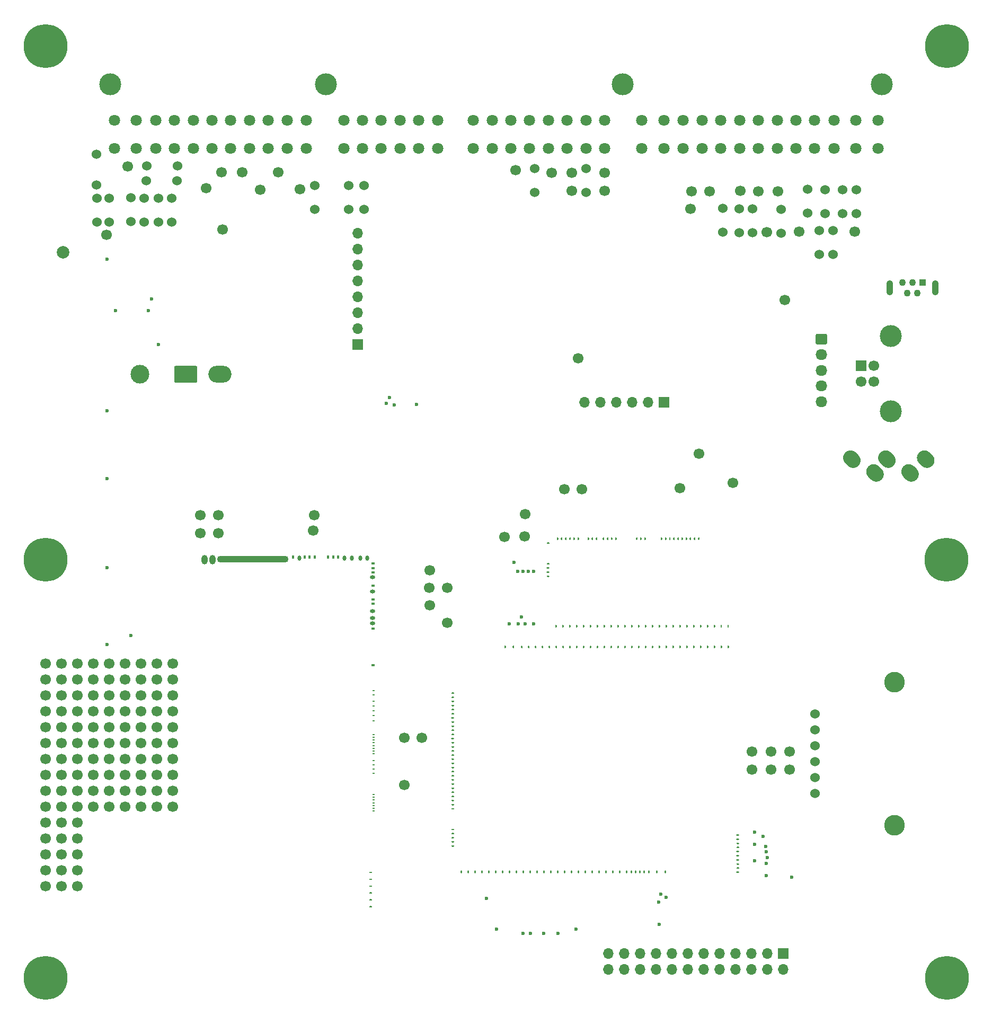
<source format=gbs>
G04 #@! TF.GenerationSoftware,KiCad,Pcbnew,(5.99.0-10559-g8513ca974c)*
G04 #@! TF.CreationDate,2021-11-01T12:15:16+02:00*
G04 #@! TF.ProjectId,hellen64_NA8_96,68656c6c-656e-4363-945f-4e41385f3936,a*
G04 #@! TF.SameCoordinates,PX141ef50PYa2cc1bc*
G04 #@! TF.FileFunction,Soldermask,Bot*
G04 #@! TF.FilePolarity,Negative*
%FSLAX46Y46*%
G04 Gerber Fmt 4.6, Leading zero omitted, Abs format (unit mm)*
G04 Created by KiCad (PCBNEW (5.99.0-10559-g8513ca974c)) date 2021-11-01 12:15:16*
%MOMM*%
%LPD*%
G01*
G04 APERTURE LIST*
%ADD10C,0.599999*%
%ADD11C,1.524000*%
%ADD12C,1.700000*%
%ADD13R,1.700000X1.700000*%
%ADD14O,1.700000X1.700000*%
%ADD15O,1.000001X1.500000*%
%ADD16O,11.400000X1.100000*%
%ADD17O,0.399999X0.599999*%
%ADD18O,0.599999X0.800001*%
%ADD19O,0.599999X0.399999*%
%ADD20O,0.800001X0.599999*%
%ADD21O,0.399999X0.200000*%
%ADD22C,3.500120*%
%ADD23C,1.800000*%
%ADD24R,1.100000X1.100000*%
%ADD25C,1.100000*%
%ADD26O,1.100000X2.400000*%
%ADD27C,3.500000*%
%ADD28C,3.302000*%
%ADD29C,7.000000*%
%ADD30C,3.000000*%
%ADD31O,3.700000X2.700000*%
%ADD32C,0.600000*%
%ADD33O,1.850000X1.700000*%
%ADD34C,2.000000*%
G04 APERTURE END LIST*
D10*
G04 #@! TO.C,M4*
X75468535Y17795040D03*
X77043549Y12890031D03*
X89747567Y12899094D03*
X81268539Y12220030D03*
X82443543Y12220030D03*
X84618537Y12220030D03*
X86843539Y12220030D03*
G04 #@! TD*
D11*
G04 #@! TO.C,R32*
X48024428Y127825340D03*
X48024428Y131635340D03*
G04 #@! TD*
D12*
G04 #@! TO.C,P5*
X62302380Y35910220D03*
G04 #@! TD*
G04 #@! TO.C,P6*
X62302380Y43412400D03*
G04 #@! TD*
G04 #@! TO.C,P47*
X33126680Y133730340D03*
G04 #@! TD*
D13*
G04 #@! TO.C,J27*
X103851680Y97005340D03*
D14*
X101311680Y97005340D03*
X98771680Y97005340D03*
X96231680Y97005340D03*
X93691680Y97005340D03*
X91151680Y97005340D03*
G04 #@! TD*
D12*
G04 #@! TO.C,P19*
X116001680Y130780340D03*
G04 #@! TD*
G04 #@! TO.C,P26*
X90076680Y104005340D03*
G04 #@! TD*
G04 #@! TO.C,G4*
X20210000Y45097322D03*
X20210000Y47637322D03*
X20210000Y50177322D03*
X20210000Y52717322D03*
X20210000Y55257322D03*
X22750000Y45097322D03*
X22750000Y47637322D03*
X22750000Y50177322D03*
X22750000Y52717322D03*
X22750000Y55257322D03*
X25290000Y45097322D03*
X25290000Y47637322D03*
X25290000Y50177322D03*
X25290000Y52717322D03*
X25290000Y55257322D03*
G04 #@! TD*
G04 #@! TO.C,P10*
X89051680Y133680340D03*
G04 #@! TD*
D11*
G04 #@! TO.C,R21*
X55876680Y127800319D03*
X55876680Y131610319D03*
G04 #@! TD*
D12*
G04 #@! TO.C,P12*
X29701680Y79005340D03*
G04 #@! TD*
G04 #@! TO.C,G12*
X12590000Y32397322D03*
X12590000Y34937322D03*
X12590000Y37477322D03*
X12590000Y40017322D03*
X12590000Y42557322D03*
X15130000Y32397322D03*
X15130000Y34937322D03*
X15130000Y37477322D03*
X15130000Y40017322D03*
X15130000Y42557322D03*
X17670000Y32397322D03*
X17670000Y34937322D03*
X17670000Y37477322D03*
X17670000Y40017322D03*
X17670000Y42557322D03*
G04 #@! TD*
G04 #@! TO.C,P39*
X118851680Y130755340D03*
G04 #@! TD*
D15*
G04 #@! TO.C,M5*
X30414997Y71843006D03*
X31670862Y71843006D03*
D16*
X38114997Y71968007D03*
D17*
X44564989Y72268006D03*
D18*
X45540001Y72168001D03*
D17*
X46409758Y72268006D03*
X47139995Y72268006D03*
X48034758Y72268006D03*
X50109758Y72268006D03*
X51009754Y72268006D03*
X51719996Y72268006D03*
D18*
X52739997Y72168006D03*
X53914996Y72168006D03*
X55264995Y72168006D03*
X56439994Y72168006D03*
D19*
X57339995Y71237767D03*
X57339995Y70543008D03*
X57339995Y69862768D03*
D20*
X57244997Y69043006D03*
D19*
X57339995Y67737769D03*
D20*
X57244997Y66768004D03*
D19*
X57339995Y65493006D03*
X57339995Y64843004D03*
D20*
X57244997Y63643004D03*
X57244997Y62568000D03*
X57244997Y61692998D03*
D19*
X57339995Y60868006D03*
X57339995Y55018005D03*
D21*
X57444996Y50963035D03*
X57444996Y50303033D03*
X57444996Y49243005D03*
X57444996Y48538920D03*
X57444996Y47738881D03*
X57444996Y46938842D03*
X57444996Y46143006D03*
X57444996Y43948004D03*
X57444996Y43508005D03*
X57444996Y43068006D03*
X57444996Y42628004D03*
X57444996Y42188005D03*
X57444996Y41748006D03*
X57444996Y41308004D03*
X57444996Y40868005D03*
X57444996Y39743034D03*
X57444996Y39083036D03*
X57444996Y38423034D03*
X57444996Y37763036D03*
X57444996Y34358006D03*
X57444996Y33918007D03*
X57444996Y33478005D03*
X57444996Y33038006D03*
X57444996Y32598007D03*
X57444996Y32158005D03*
X57444996Y31718006D03*
G04 #@! TD*
D12*
G04 #@! TO.C,P40*
X108176680Y130755340D03*
G04 #@! TD*
D11*
G04 #@! TO.C,R48*
X113176680Y124200340D03*
X113176680Y128010340D03*
G04 #@! TD*
D12*
G04 #@! TO.C,P15*
X134251680Y124255340D03*
G04 #@! TD*
G04 #@! TO.C,P21*
X39276680Y131005340D03*
G04 #@! TD*
D11*
G04 #@! TO.C,R24*
X115876680Y124150340D03*
X115876680Y127960340D03*
G04 #@! TD*
G04 #@! TO.C,R42*
X13201680Y125825340D03*
X13201680Y129635340D03*
G04 #@! TD*
D22*
G04 #@! TO.C,P2*
X138640980Y147779760D03*
X15340980Y147779760D03*
X49790980Y147779760D03*
X97190980Y147779760D03*
D23*
X15990980Y137579120D03*
X19488560Y137579120D03*
X22589900Y137579120D03*
X25589640Y137579120D03*
X28589380Y137579120D03*
X31589120Y137579120D03*
X34588860Y137579120D03*
X37588600Y137579120D03*
X40588340Y137579120D03*
X43588080Y137579120D03*
X46689420Y137579120D03*
X15990980Y142080000D03*
X19488560Y142080000D03*
X22589900Y142080000D03*
X25589640Y142080000D03*
X28589380Y142080000D03*
X31589120Y142080000D03*
X34588860Y142080000D03*
X37588600Y142080000D03*
X40588340Y142080000D03*
X43588080Y142080000D03*
X46689420Y142080000D03*
X73340980Y137579120D03*
X76340720Y137579120D03*
X79340460Y137579120D03*
X82340200Y137579120D03*
X85342480Y137579120D03*
X88342220Y137579120D03*
X91341960Y137579120D03*
X94341700Y137579120D03*
X73340980Y142080000D03*
X76340720Y142080000D03*
X79340460Y142080000D03*
X82340200Y142080000D03*
X85342480Y142080000D03*
X88342220Y142080000D03*
X91341960Y142080000D03*
X94341700Y142080000D03*
X100287840Y137579120D03*
X103787960Y137579120D03*
X106891840Y137579120D03*
X109891580Y137579120D03*
X112891320Y137579120D03*
X115891060Y137579120D03*
X118890800Y137579120D03*
X121890540Y137579120D03*
X124890280Y137579120D03*
X127890020Y137579120D03*
X130991360Y137579120D03*
X134491480Y137579120D03*
X137991600Y137579120D03*
X100287840Y142080000D03*
X103787960Y142080000D03*
X106891840Y142080000D03*
X109891580Y142080000D03*
X112891320Y142080000D03*
X115891060Y142080000D03*
X118890800Y142080000D03*
X121890540Y142080000D03*
X124890280Y142080000D03*
X127890020Y142080000D03*
X130991360Y142080000D03*
X134491480Y142080000D03*
X137991600Y142080000D03*
X52640980Y137579120D03*
X55640720Y137579120D03*
X58640460Y137579120D03*
X61640200Y137579120D03*
X64642480Y137579120D03*
X67642220Y137579120D03*
X52640980Y142080000D03*
X55640720Y142080000D03*
X58640460Y142080000D03*
X61640200Y142080000D03*
X64642480Y142080000D03*
X67642220Y142080000D03*
G04 #@! TD*
D12*
G04 #@! TO.C,P56*
X42200000Y133780340D03*
G04 #@! TD*
G04 #@! TO.C,P52*
X125401680Y124255340D03*
G04 #@! TD*
G04 #@! TO.C,P46*
X123101680Y113330340D03*
G04 #@! TD*
G04 #@! TO.C,P44*
X90726680Y83130340D03*
G04 #@! TD*
G04 #@! TO.C,P13*
X32601680Y76105340D03*
G04 #@! TD*
G04 #@! TO.C,P29*
X120901680Y41205340D03*
G04 #@! TD*
G04 #@! TO.C,P37*
X122026680Y130730340D03*
G04 #@! TD*
D11*
G04 #@! TO.C,R43*
X53426680Y127825340D03*
X53426680Y131635340D03*
G04 #@! TD*
D24*
G04 #@! TO.C,J1*
X145101680Y116180340D03*
D25*
X144301680Y114430340D03*
X143501680Y116180340D03*
X142701680Y114430340D03*
X141901680Y116180340D03*
D26*
X147151680Y115305340D03*
X139851680Y115305340D03*
G04 #@! TD*
D12*
G04 #@! TO.C,P35*
X66326680Y67405340D03*
G04 #@! TD*
D13*
G04 #@! TO.C,J6*
X54901680Y106280340D03*
D14*
X54901680Y108820340D03*
X54901680Y111360340D03*
X54901680Y113900340D03*
X54901680Y116440340D03*
X54901680Y118980340D03*
X54901680Y121520340D03*
X54901680Y124060340D03*
G04 #@! TD*
D12*
G04 #@! TO.C,P30*
X120901680Y38370220D03*
G04 #@! TD*
D13*
G04 #@! TO.C,J5*
X135316680Y102855340D03*
D12*
X135316680Y100355340D03*
X137316680Y100355340D03*
X137316680Y102855340D03*
D27*
X140026680Y95585340D03*
X140026680Y107625340D03*
G04 #@! TD*
D12*
G04 #@! TO.C,P4*
X65112640Y43410220D03*
G04 #@! TD*
G04 #@! TO.C,P25*
X123901680Y38370220D03*
G04 #@! TD*
D10*
G04 #@! TO.C,M8*
X59459042Y96874902D03*
X59984042Y97749904D03*
X60734040Y96574900D03*
X64284041Y96649903D03*
G04 #@! TD*
D28*
G04 #@! TO.C,U2*
X140601680Y52290340D03*
X140601680Y29430340D03*
D11*
X127901680Y47210340D03*
X127901680Y44670340D03*
X127901680Y42130340D03*
X127901680Y39590340D03*
X127901680Y37050340D03*
X127901680Y34510340D03*
G04 #@! TD*
G04 #@! TO.C,R17*
X132376680Y130951040D03*
X132376680Y127141040D03*
G04 #@! TD*
D12*
G04 #@! TO.C,P27*
X114826680Y84130340D03*
G04 #@! TD*
G04 #@! TO.C,G6*
X4970000Y45097322D03*
X4970000Y47637322D03*
X4970000Y50177322D03*
X4970000Y52717322D03*
X4970000Y55257322D03*
X7510000Y45097322D03*
X7510000Y47637322D03*
X7510000Y50177322D03*
X7510000Y52717322D03*
X7510000Y55257322D03*
X10050000Y45097322D03*
X10050000Y47637322D03*
X10050000Y50177322D03*
X10050000Y52717322D03*
X10050000Y55257322D03*
G04 #@! TD*
G04 #@! TO.C,P55*
X108026680Y127905340D03*
G04 #@! TD*
D11*
G04 #@! TO.C,R8*
X122501680Y124050340D03*
X122501680Y127860340D03*
G04 #@! TD*
D12*
G04 #@! TO.C,P34*
X47801680Y76505340D03*
G04 #@! TD*
G04 #@! TO.C,P17*
X69201680Y61805340D03*
G04 #@! TD*
D10*
G04 #@! TO.C,M13*
X103293541Y18453558D03*
X104168543Y17928558D03*
X102993539Y17178560D03*
X103068542Y13628559D03*
G04 #@! TD*
D12*
G04 #@! TO.C,P11*
X29701680Y76105340D03*
G04 #@! TD*
G04 #@! TO.C,P50*
X18151680Y134730340D03*
G04 #@! TD*
D11*
G04 #@! TO.C,R40*
X23041221Y125799438D03*
X23041221Y129609438D03*
G04 #@! TD*
D29*
G04 #@! TO.C,J13*
X5000000Y5100000D03*
G04 #@! TD*
G04 #@! TO.C,M7*
G36*
G01*
X56804044Y22044216D02*
X57054042Y22044216D01*
G75*
G02*
X57179042Y21919216I0J-125000D01*
G01*
X57179042Y21919216D01*
G75*
G02*
X57054042Y21794216I-125000J0D01*
G01*
X56804044Y21794216D01*
G75*
G02*
X56679044Y21919216I0J125000D01*
G01*
X56679044Y21919216D01*
G75*
G02*
X56804044Y22044216I125000J0D01*
G01*
G37*
G36*
G01*
X56804044Y20944218D02*
X57054042Y20944218D01*
G75*
G02*
X57179042Y20819218I0J-125000D01*
G01*
X57179042Y20819218D01*
G75*
G02*
X57054042Y20694218I-125000J0D01*
G01*
X56804044Y20694218D01*
G75*
G02*
X56679044Y20819218I0J125000D01*
G01*
X56679044Y20819218D01*
G75*
G02*
X56804044Y20944218I125000J0D01*
G01*
G37*
G36*
G01*
X56804044Y19844220D02*
X57054042Y19844220D01*
G75*
G02*
X57179042Y19719220I0J-125000D01*
G01*
X57179042Y19719220D01*
G75*
G02*
X57054042Y19594220I-125000J0D01*
G01*
X56804044Y19594220D01*
G75*
G02*
X56679044Y19719220I0J125000D01*
G01*
X56679044Y19719220D01*
G75*
G02*
X56804044Y19844220I125000J0D01*
G01*
G37*
G36*
G01*
X56804044Y18744222D02*
X57054042Y18744222D01*
G75*
G02*
X57179042Y18619222I0J-125000D01*
G01*
X57179042Y18619222D01*
G75*
G02*
X57054042Y18494222I-125000J0D01*
G01*
X56804044Y18494222D01*
G75*
G02*
X56679044Y18619222I0J125000D01*
G01*
X56679044Y18619222D01*
G75*
G02*
X56804044Y18744222I125000J0D01*
G01*
G37*
G36*
G01*
X56804044Y17644224D02*
X57054042Y17644224D01*
G75*
G02*
X57179042Y17519224I0J-125000D01*
G01*
X57179042Y17519224D01*
G75*
G02*
X57054042Y17394224I-125000J0D01*
G01*
X56804044Y17394224D01*
G75*
G02*
X56679044Y17519224I0J125000D01*
G01*
X56679044Y17519224D01*
G75*
G02*
X56804044Y17644224I125000J0D01*
G01*
G37*
G36*
G01*
X56804044Y16544227D02*
X57054042Y16544227D01*
G75*
G02*
X57179042Y16419227I0J-125000D01*
G01*
X57179042Y16419227D01*
G75*
G02*
X57054042Y16294227I-125000J0D01*
G01*
X56804044Y16294227D01*
G75*
G02*
X56679044Y16419227I0J125000D01*
G01*
X56679044Y16419227D01*
G75*
G02*
X56804044Y16544227I125000J0D01*
G01*
G37*
G04 #@! TD*
D12*
G04 #@! TO.C,P3*
X111051680Y130755340D03*
G04 #@! TD*
G04 #@! TO.C,P28*
X81526680Y75580340D03*
G04 #@! TD*
G04 #@! TO.C,P24*
X123901680Y41205340D03*
G04 #@! TD*
G04 #@! TO.C,P8*
X94301680Y130805340D03*
G04 #@! TD*
G04 #@! TO.C,G9*
X4970000Y19697322D03*
X4970000Y22237322D03*
X4970000Y24777322D03*
X4970000Y27317322D03*
X4970000Y29857322D03*
X7510000Y19697322D03*
X7510000Y22237322D03*
X7510000Y24777322D03*
X7510000Y27317322D03*
X7510000Y29857322D03*
X10050000Y19697322D03*
X10050000Y22237322D03*
X10050000Y24777322D03*
X10050000Y27317322D03*
X10050000Y29857322D03*
G04 #@! TD*
G04 #@! TO.C,M1*
G36*
G01*
X85162638Y69351817D02*
X85412638Y69351817D01*
G75*
G02*
X85537638Y69226817I0J-125000D01*
G01*
X85537638Y69226817D01*
G75*
G02*
X85412638Y69101817I-125000J0D01*
G01*
X85162638Y69101817D01*
G75*
G02*
X85037638Y69226817I0J125000D01*
G01*
X85037638Y69226817D01*
G75*
G02*
X85162638Y69351817I125000J0D01*
G01*
G37*
G36*
G01*
X85162638Y70011818D02*
X85412638Y70011818D01*
G75*
G02*
X85537638Y69886818I0J-125000D01*
G01*
X85537638Y69886818D01*
G75*
G02*
X85412638Y69761818I-125000J0D01*
G01*
X85162638Y69761818D01*
G75*
G02*
X85037638Y69886818I0J125000D01*
G01*
X85037638Y69886818D01*
G75*
G02*
X85162638Y70011818I125000J0D01*
G01*
G37*
G36*
G01*
X85162638Y70671819D02*
X85412638Y70671819D01*
G75*
G02*
X85537638Y70546819I0J-125000D01*
G01*
X85537638Y70546819D01*
G75*
G02*
X85412638Y70421819I-125000J0D01*
G01*
X85162638Y70421819D01*
G75*
G02*
X85037638Y70546819I0J125000D01*
G01*
X85037638Y70546819D01*
G75*
G02*
X85162638Y70671819I125000J0D01*
G01*
G37*
G36*
G01*
X85162638Y71331820D02*
X85412638Y71331820D01*
G75*
G02*
X85537638Y71206820I0J-125000D01*
G01*
X85537638Y71206820D01*
G75*
G02*
X85412638Y71081820I-125000J0D01*
G01*
X85162638Y71081820D01*
G75*
G02*
X85037638Y71206820I0J125000D01*
G01*
X85037638Y71206820D01*
G75*
G02*
X85162638Y71331820I125000J0D01*
G01*
G37*
G36*
G01*
X85162638Y74631827D02*
X85412638Y74631827D01*
G75*
G02*
X85537638Y74506827I0J-125000D01*
G01*
X85537638Y74506827D01*
G75*
G02*
X85412638Y74381827I-125000J0D01*
G01*
X85162638Y74381827D01*
G75*
G02*
X85037638Y74506827I0J125000D01*
G01*
X85037638Y74506827D01*
G75*
G02*
X85162638Y74631827I125000J0D01*
G01*
G37*
G36*
G01*
X113932640Y61133024D02*
X113932640Y61383024D01*
G75*
G02*
X114057640Y61508024I125000J0D01*
G01*
X114057640Y61508024D01*
G75*
G02*
X114182640Y61383024I0J-125000D01*
G01*
X114182640Y61133024D01*
G75*
G02*
X114057640Y61008024I-125000J0D01*
G01*
X114057640Y61008024D01*
G75*
G02*
X113932640Y61133024I0J125000D01*
G01*
G37*
G36*
G01*
X113082636Y61383024D02*
X113082636Y61133024D01*
G75*
G02*
X112957636Y61008024I-125000J0D01*
G01*
X112957636Y61008024D01*
G75*
G02*
X112832636Y61133024I0J125000D01*
G01*
X112832636Y61383024D01*
G75*
G02*
X112957636Y61508024I125000J0D01*
G01*
X112957636Y61508024D01*
G75*
G02*
X113082636Y61383024I0J-125000D01*
G01*
G37*
G36*
G01*
X111982635Y61383024D02*
X111982635Y61133024D01*
G75*
G02*
X111857635Y61008024I-125000J0D01*
G01*
X111857635Y61008024D01*
G75*
G02*
X111732635Y61133024I0J125000D01*
G01*
X111732635Y61383024D01*
G75*
G02*
X111857635Y61508024I125000J0D01*
G01*
X111857635Y61508024D01*
G75*
G02*
X111982635Y61383024I0J-125000D01*
G01*
G37*
G36*
G01*
X110882638Y61383024D02*
X110882638Y61133024D01*
G75*
G02*
X110757638Y61008024I-125000J0D01*
G01*
X110757638Y61008024D01*
G75*
G02*
X110632638Y61133024I0J125000D01*
G01*
X110632638Y61383024D01*
G75*
G02*
X110757638Y61508024I125000J0D01*
G01*
X110757638Y61508024D01*
G75*
G02*
X110882638Y61383024I0J-125000D01*
G01*
G37*
G36*
G01*
X109782640Y61383024D02*
X109782640Y61133024D01*
G75*
G02*
X109657640Y61008024I-125000J0D01*
G01*
X109657640Y61008024D01*
G75*
G02*
X109532640Y61133024I0J125000D01*
G01*
X109532640Y61383024D01*
G75*
G02*
X109657640Y61508024I125000J0D01*
G01*
X109657640Y61508024D01*
G75*
G02*
X109782640Y61383024I0J-125000D01*
G01*
G37*
G36*
G01*
X108682642Y61383024D02*
X108682642Y61133024D01*
G75*
G02*
X108557642Y61008024I-125000J0D01*
G01*
X108557642Y61008024D01*
G75*
G02*
X108432642Y61133024I0J125000D01*
G01*
X108432642Y61383024D01*
G75*
G02*
X108557642Y61508024I125000J0D01*
G01*
X108557642Y61508024D01*
G75*
G02*
X108682642Y61383024I0J-125000D01*
G01*
G37*
G36*
G01*
X107582644Y61383024D02*
X107582644Y61133024D01*
G75*
G02*
X107457644Y61008024I-125000J0D01*
G01*
X107457644Y61008024D01*
G75*
G02*
X107332644Y61133024I0J125000D01*
G01*
X107332644Y61383024D01*
G75*
G02*
X107457644Y61508024I125000J0D01*
G01*
X107457644Y61508024D01*
G75*
G02*
X107582644Y61383024I0J-125000D01*
G01*
G37*
G36*
G01*
X106482646Y61383024D02*
X106482646Y61133024D01*
G75*
G02*
X106357646Y61008024I-125000J0D01*
G01*
X106357646Y61008024D01*
G75*
G02*
X106232646Y61133024I0J125000D01*
G01*
X106232646Y61383024D01*
G75*
G02*
X106357646Y61508024I125000J0D01*
G01*
X106357646Y61508024D01*
G75*
G02*
X106482646Y61383024I0J-125000D01*
G01*
G37*
G36*
G01*
X105382649Y61383024D02*
X105382649Y61133024D01*
G75*
G02*
X105257649Y61008024I-125000J0D01*
G01*
X105257649Y61008024D01*
G75*
G02*
X105132649Y61133024I0J125000D01*
G01*
X105132649Y61383024D01*
G75*
G02*
X105257649Y61508024I125000J0D01*
G01*
X105257649Y61508024D01*
G75*
G02*
X105382649Y61383024I0J-125000D01*
G01*
G37*
G36*
G01*
X104282651Y61383024D02*
X104282651Y61133024D01*
G75*
G02*
X104157651Y61008024I-125000J0D01*
G01*
X104157651Y61008024D01*
G75*
G02*
X104032651Y61133024I0J125000D01*
G01*
X104032651Y61383024D01*
G75*
G02*
X104157651Y61508024I125000J0D01*
G01*
X104157651Y61508024D01*
G75*
G02*
X104282651Y61383024I0J-125000D01*
G01*
G37*
G36*
G01*
X103182653Y61383024D02*
X103182653Y61133024D01*
G75*
G02*
X103057653Y61008024I-125000J0D01*
G01*
X103057653Y61008024D01*
G75*
G02*
X102932653Y61133024I0J125000D01*
G01*
X102932653Y61383024D01*
G75*
G02*
X103057653Y61508024I125000J0D01*
G01*
X103057653Y61508024D01*
G75*
G02*
X103182653Y61383024I0J-125000D01*
G01*
G37*
G36*
G01*
X102082655Y61383024D02*
X102082655Y61133024D01*
G75*
G02*
X101957655Y61008024I-125000J0D01*
G01*
X101957655Y61008024D01*
G75*
G02*
X101832655Y61133024I0J125000D01*
G01*
X101832655Y61383024D01*
G75*
G02*
X101957655Y61508024I125000J0D01*
G01*
X101957655Y61508024D01*
G75*
G02*
X102082655Y61383024I0J-125000D01*
G01*
G37*
G36*
G01*
X100982657Y61383024D02*
X100982657Y61133024D01*
G75*
G02*
X100857657Y61008024I-125000J0D01*
G01*
X100857657Y61008024D01*
G75*
G02*
X100732657Y61133024I0J125000D01*
G01*
X100732657Y61383024D01*
G75*
G02*
X100857657Y61508024I125000J0D01*
G01*
X100857657Y61508024D01*
G75*
G02*
X100982657Y61383024I0J-125000D01*
G01*
G37*
G36*
G01*
X99882660Y61383024D02*
X99882660Y61133024D01*
G75*
G02*
X99757660Y61008024I-125000J0D01*
G01*
X99757660Y61008024D01*
G75*
G02*
X99632660Y61133024I0J125000D01*
G01*
X99632660Y61383024D01*
G75*
G02*
X99757660Y61508024I125000J0D01*
G01*
X99757660Y61508024D01*
G75*
G02*
X99882660Y61383024I0J-125000D01*
G01*
G37*
G36*
G01*
X98782662Y61383024D02*
X98782662Y61133024D01*
G75*
G02*
X98657662Y61008024I-125000J0D01*
G01*
X98657662Y61008024D01*
G75*
G02*
X98532662Y61133024I0J125000D01*
G01*
X98532662Y61383024D01*
G75*
G02*
X98657662Y61508024I125000J0D01*
G01*
X98657662Y61508024D01*
G75*
G02*
X98782662Y61383024I0J-125000D01*
G01*
G37*
G36*
G01*
X97682664Y61383024D02*
X97682664Y61133024D01*
G75*
G02*
X97557664Y61008024I-125000J0D01*
G01*
X97557664Y61008024D01*
G75*
G02*
X97432664Y61133024I0J125000D01*
G01*
X97432664Y61383024D01*
G75*
G02*
X97557664Y61508024I125000J0D01*
G01*
X97557664Y61508024D01*
G75*
G02*
X97682664Y61383024I0J-125000D01*
G01*
G37*
G36*
G01*
X96582666Y61383024D02*
X96582666Y61133024D01*
G75*
G02*
X96457666Y61008024I-125000J0D01*
G01*
X96457666Y61008024D01*
G75*
G02*
X96332666Y61133024I0J125000D01*
G01*
X96332666Y61383024D01*
G75*
G02*
X96457666Y61508024I125000J0D01*
G01*
X96457666Y61508024D01*
G75*
G02*
X96582666Y61383024I0J-125000D01*
G01*
G37*
G36*
G01*
X95482668Y61383024D02*
X95482668Y61133024D01*
G75*
G02*
X95357668Y61008024I-125000J0D01*
G01*
X95357668Y61008024D01*
G75*
G02*
X95232668Y61133024I0J125000D01*
G01*
X95232668Y61383024D01*
G75*
G02*
X95357668Y61508024I125000J0D01*
G01*
X95357668Y61508024D01*
G75*
G02*
X95482668Y61383024I0J-125000D01*
G01*
G37*
G36*
G01*
X94382671Y61383024D02*
X94382671Y61133024D01*
G75*
G02*
X94257671Y61008024I-125000J0D01*
G01*
X94257671Y61008024D01*
G75*
G02*
X94132671Y61133024I0J125000D01*
G01*
X94132671Y61383024D01*
G75*
G02*
X94257671Y61508024I125000J0D01*
G01*
X94257671Y61508024D01*
G75*
G02*
X94382671Y61383024I0J-125000D01*
G01*
G37*
G36*
G01*
X93282673Y61383024D02*
X93282673Y61133024D01*
G75*
G02*
X93157673Y61008024I-125000J0D01*
G01*
X93157673Y61008024D01*
G75*
G02*
X93032673Y61133024I0J125000D01*
G01*
X93032673Y61383024D01*
G75*
G02*
X93157673Y61508024I125000J0D01*
G01*
X93157673Y61508024D01*
G75*
G02*
X93282673Y61383024I0J-125000D01*
G01*
G37*
G36*
G01*
X92182675Y61383024D02*
X92182675Y61133024D01*
G75*
G02*
X92057675Y61008024I-125000J0D01*
G01*
X92057675Y61008024D01*
G75*
G02*
X91932675Y61133024I0J125000D01*
G01*
X91932675Y61383024D01*
G75*
G02*
X92057675Y61508024I125000J0D01*
G01*
X92057675Y61508024D01*
G75*
G02*
X92182675Y61383024I0J-125000D01*
G01*
G37*
G36*
G01*
X91082677Y61383024D02*
X91082677Y61133024D01*
G75*
G02*
X90957677Y61008024I-125000J0D01*
G01*
X90957677Y61008024D01*
G75*
G02*
X90832677Y61133024I0J125000D01*
G01*
X90832677Y61383024D01*
G75*
G02*
X90957677Y61508024I125000J0D01*
G01*
X90957677Y61508024D01*
G75*
G02*
X91082677Y61383024I0J-125000D01*
G01*
G37*
G36*
G01*
X89982679Y61383024D02*
X89982679Y61133024D01*
G75*
G02*
X89857679Y61008024I-125000J0D01*
G01*
X89857679Y61008024D01*
G75*
G02*
X89732679Y61133024I0J125000D01*
G01*
X89732679Y61383024D01*
G75*
G02*
X89857679Y61508024I125000J0D01*
G01*
X89857679Y61508024D01*
G75*
G02*
X89982679Y61383024I0J-125000D01*
G01*
G37*
G36*
G01*
X88882682Y61383024D02*
X88882682Y61133024D01*
G75*
G02*
X88757682Y61008024I-125000J0D01*
G01*
X88757682Y61008024D01*
G75*
G02*
X88632682Y61133024I0J125000D01*
G01*
X88632682Y61383024D01*
G75*
G02*
X88757682Y61508024I125000J0D01*
G01*
X88757682Y61508024D01*
G75*
G02*
X88882682Y61383024I0J-125000D01*
G01*
G37*
G36*
G01*
X87782684Y61383024D02*
X87782684Y61133024D01*
G75*
G02*
X87657684Y61008024I-125000J0D01*
G01*
X87657684Y61008024D01*
G75*
G02*
X87532684Y61133024I0J125000D01*
G01*
X87532684Y61383024D01*
G75*
G02*
X87657684Y61508024I125000J0D01*
G01*
X87657684Y61508024D01*
G75*
G02*
X87782684Y61383024I0J-125000D01*
G01*
G37*
G36*
G01*
X86682686Y61383024D02*
X86682686Y61133024D01*
G75*
G02*
X86557686Y61008024I-125000J0D01*
G01*
X86557686Y61008024D01*
G75*
G02*
X86432686Y61133024I0J125000D01*
G01*
X86432686Y61383024D01*
G75*
G02*
X86557686Y61508024I125000J0D01*
G01*
X86557686Y61508024D01*
G75*
G02*
X86682686Y61383024I0J-125000D01*
G01*
G37*
G36*
G01*
X86933630Y75345023D02*
X86933630Y75095023D01*
G75*
G02*
X86808630Y74970023I-125000J0D01*
G01*
X86808630Y74970023D01*
G75*
G02*
X86683630Y75095023I0J125000D01*
G01*
X86683630Y75345023D01*
G75*
G02*
X86808630Y75470023I125000J0D01*
G01*
X86808630Y75470023D01*
G75*
G02*
X86933630Y75345023I0J-125000D01*
G01*
G37*
G36*
G01*
X87593632Y75345023D02*
X87593632Y75095023D01*
G75*
G02*
X87468632Y74970023I-125000J0D01*
G01*
X87468632Y74970023D01*
G75*
G02*
X87343632Y75095023I0J125000D01*
G01*
X87343632Y75345023D01*
G75*
G02*
X87468632Y75470023I125000J0D01*
G01*
X87468632Y75470023D01*
G75*
G02*
X87593632Y75345023I0J-125000D01*
G01*
G37*
G36*
G01*
X88253633Y75345023D02*
X88253633Y75095023D01*
G75*
G02*
X88128633Y74970023I-125000J0D01*
G01*
X88128633Y74970023D01*
G75*
G02*
X88003633Y75095023I0J125000D01*
G01*
X88003633Y75345023D01*
G75*
G02*
X88128633Y75470023I125000J0D01*
G01*
X88128633Y75470023D01*
G75*
G02*
X88253633Y75345023I0J-125000D01*
G01*
G37*
G36*
G01*
X88913634Y75345023D02*
X88913634Y75095023D01*
G75*
G02*
X88788634Y74970023I-125000J0D01*
G01*
X88788634Y74970023D01*
G75*
G02*
X88663634Y75095023I0J125000D01*
G01*
X88663634Y75345023D01*
G75*
G02*
X88788634Y75470023I125000J0D01*
G01*
X88788634Y75470023D01*
G75*
G02*
X88913634Y75345023I0J-125000D01*
G01*
G37*
G36*
G01*
X89573635Y75345023D02*
X89573635Y75095023D01*
G75*
G02*
X89448635Y74970023I-125000J0D01*
G01*
X89448635Y74970023D01*
G75*
G02*
X89323635Y75095023I0J125000D01*
G01*
X89323635Y75345023D01*
G75*
G02*
X89448635Y75470023I125000J0D01*
G01*
X89448635Y75470023D01*
G75*
G02*
X89573635Y75345023I0J-125000D01*
G01*
G37*
G36*
G01*
X90233637Y75345023D02*
X90233637Y75095023D01*
G75*
G02*
X90108637Y74970023I-125000J0D01*
G01*
X90108637Y74970023D01*
G75*
G02*
X89983637Y75095023I0J125000D01*
G01*
X89983637Y75345023D01*
G75*
G02*
X90108637Y75470023I125000J0D01*
G01*
X90108637Y75470023D01*
G75*
G02*
X90233637Y75345023I0J-125000D01*
G01*
G37*
G36*
G01*
X91834634Y75345023D02*
X91834634Y75095023D01*
G75*
G02*
X91709634Y74970023I-125000J0D01*
G01*
X91709634Y74970023D01*
G75*
G02*
X91584634Y75095023I0J125000D01*
G01*
X91584634Y75345023D01*
G75*
G02*
X91709634Y75470023I125000J0D01*
G01*
X91709634Y75470023D01*
G75*
G02*
X91834634Y75345023I0J-125000D01*
G01*
G37*
G36*
G01*
X92494635Y75345023D02*
X92494635Y75095023D01*
G75*
G02*
X92369635Y74970023I-125000J0D01*
G01*
X92369635Y74970023D01*
G75*
G02*
X92244635Y75095023I0J125000D01*
G01*
X92244635Y75345023D01*
G75*
G02*
X92369635Y75470023I125000J0D01*
G01*
X92369635Y75470023D01*
G75*
G02*
X92494635Y75345023I0J-125000D01*
G01*
G37*
G36*
G01*
X93154637Y75345023D02*
X93154637Y75095023D01*
G75*
G02*
X93029637Y74970023I-125000J0D01*
G01*
X93029637Y74970023D01*
G75*
G02*
X92904637Y75095023I0J125000D01*
G01*
X92904637Y75345023D01*
G75*
G02*
X93029637Y75470023I125000J0D01*
G01*
X93029637Y75470023D01*
G75*
G02*
X93154637Y75345023I0J-125000D01*
G01*
G37*
G36*
G01*
X94275536Y75345023D02*
X94275536Y75095023D01*
G75*
G02*
X94150536Y74970023I-125000J0D01*
G01*
X94150536Y74970023D01*
G75*
G02*
X94025536Y75095023I0J125000D01*
G01*
X94025536Y75345023D01*
G75*
G02*
X94150536Y75470023I125000J0D01*
G01*
X94150536Y75470023D01*
G75*
G02*
X94275536Y75345023I0J-125000D01*
G01*
G37*
G36*
G01*
X94935537Y75345023D02*
X94935537Y75095023D01*
G75*
G02*
X94810537Y74970023I-125000J0D01*
G01*
X94810537Y74970023D01*
G75*
G02*
X94685537Y75095023I0J125000D01*
G01*
X94685537Y75345023D01*
G75*
G02*
X94810537Y75470023I125000J0D01*
G01*
X94810537Y75470023D01*
G75*
G02*
X94935537Y75345023I0J-125000D01*
G01*
G37*
G36*
G01*
X95595538Y75345023D02*
X95595538Y75095023D01*
G75*
G02*
X95470538Y74970023I-125000J0D01*
G01*
X95470538Y74970023D01*
G75*
G02*
X95345538Y75095023I0J125000D01*
G01*
X95345538Y75345023D01*
G75*
G02*
X95470538Y75470023I125000J0D01*
G01*
X95470538Y75470023D01*
G75*
G02*
X95595538Y75345023I0J-125000D01*
G01*
G37*
G36*
G01*
X96255540Y75345023D02*
X96255540Y75095023D01*
G75*
G02*
X96130540Y74970023I-125000J0D01*
G01*
X96130540Y74970023D01*
G75*
G02*
X96005540Y75095023I0J125000D01*
G01*
X96005540Y75345023D01*
G75*
G02*
X96130540Y75470023I125000J0D01*
G01*
X96130540Y75470023D01*
G75*
G02*
X96255540Y75345023I0J-125000D01*
G01*
G37*
G36*
G01*
X99581634Y75345023D02*
X99581634Y75095023D01*
G75*
G02*
X99456634Y74970023I-125000J0D01*
G01*
X99456634Y74970023D01*
G75*
G02*
X99331634Y75095023I0J125000D01*
G01*
X99331634Y75345023D01*
G75*
G02*
X99456634Y75470023I125000J0D01*
G01*
X99456634Y75470023D01*
G75*
G02*
X99581634Y75345023I0J-125000D01*
G01*
G37*
G36*
G01*
X100241635Y75345023D02*
X100241635Y75095023D01*
G75*
G02*
X100116635Y74970023I-125000J0D01*
G01*
X100116635Y74970023D01*
G75*
G02*
X99991635Y75095023I0J125000D01*
G01*
X99991635Y75345023D01*
G75*
G02*
X100116635Y75470023I125000J0D01*
G01*
X100116635Y75470023D01*
G75*
G02*
X100241635Y75345023I0J-125000D01*
G01*
G37*
G36*
G01*
X100901637Y75345023D02*
X100901637Y75095023D01*
G75*
G02*
X100776637Y74970023I-125000J0D01*
G01*
X100776637Y74970023D01*
G75*
G02*
X100651637Y75095023I0J125000D01*
G01*
X100651637Y75345023D01*
G75*
G02*
X100776637Y75470023I125000J0D01*
G01*
X100776637Y75470023D01*
G75*
G02*
X100901637Y75345023I0J-125000D01*
G01*
G37*
G36*
G01*
X103547628Y75345023D02*
X103547628Y75095023D01*
G75*
G02*
X103422628Y74970023I-125000J0D01*
G01*
X103422628Y74970023D01*
G75*
G02*
X103297628Y75095023I0J125000D01*
G01*
X103297628Y75345023D01*
G75*
G02*
X103422628Y75470023I125000J0D01*
G01*
X103422628Y75470023D01*
G75*
G02*
X103547628Y75345023I0J-125000D01*
G01*
G37*
G36*
G01*
X104207629Y75345023D02*
X104207629Y75095023D01*
G75*
G02*
X104082629Y74970023I-125000J0D01*
G01*
X104082629Y74970023D01*
G75*
G02*
X103957629Y75095023I0J125000D01*
G01*
X103957629Y75345023D01*
G75*
G02*
X104082629Y75470023I125000J0D01*
G01*
X104082629Y75470023D01*
G75*
G02*
X104207629Y75345023I0J-125000D01*
G01*
G37*
G36*
G01*
X104867631Y75345023D02*
X104867631Y75095023D01*
G75*
G02*
X104742631Y74970023I-125000J0D01*
G01*
X104742631Y74970023D01*
G75*
G02*
X104617631Y75095023I0J125000D01*
G01*
X104617631Y75345023D01*
G75*
G02*
X104742631Y75470023I125000J0D01*
G01*
X104742631Y75470023D01*
G75*
G02*
X104867631Y75345023I0J-125000D01*
G01*
G37*
G36*
G01*
X105527632Y75345023D02*
X105527632Y75095023D01*
G75*
G02*
X105402632Y74970023I-125000J0D01*
G01*
X105402632Y74970023D01*
G75*
G02*
X105277632Y75095023I0J125000D01*
G01*
X105277632Y75345023D01*
G75*
G02*
X105402632Y75470023I125000J0D01*
G01*
X105402632Y75470023D01*
G75*
G02*
X105527632Y75345023I0J-125000D01*
G01*
G37*
G36*
G01*
X106187633Y75345023D02*
X106187633Y75095023D01*
G75*
G02*
X106062633Y74970023I-125000J0D01*
G01*
X106062633Y74970023D01*
G75*
G02*
X105937633Y75095023I0J125000D01*
G01*
X105937633Y75345023D01*
G75*
G02*
X106062633Y75470023I125000J0D01*
G01*
X106062633Y75470023D01*
G75*
G02*
X106187633Y75345023I0J-125000D01*
G01*
G37*
G36*
G01*
X106847634Y75345023D02*
X106847634Y75095023D01*
G75*
G02*
X106722634Y74970023I-125000J0D01*
G01*
X106722634Y74970023D01*
G75*
G02*
X106597634Y75095023I0J125000D01*
G01*
X106597634Y75345023D01*
G75*
G02*
X106722634Y75470023I125000J0D01*
G01*
X106722634Y75470023D01*
G75*
G02*
X106847634Y75345023I0J-125000D01*
G01*
G37*
G36*
G01*
X107507636Y75345023D02*
X107507636Y75095023D01*
G75*
G02*
X107382636Y74970023I-125000J0D01*
G01*
X107382636Y74970023D01*
G75*
G02*
X107257636Y75095023I0J125000D01*
G01*
X107257636Y75345023D01*
G75*
G02*
X107382636Y75470023I125000J0D01*
G01*
X107382636Y75470023D01*
G75*
G02*
X107507636Y75345023I0J-125000D01*
G01*
G37*
G36*
G01*
X108167637Y75345023D02*
X108167637Y75095023D01*
G75*
G02*
X108042637Y74970023I-125000J0D01*
G01*
X108042637Y74970023D01*
G75*
G02*
X107917637Y75095023I0J125000D01*
G01*
X107917637Y75345023D01*
G75*
G02*
X108042637Y75470023I125000J0D01*
G01*
X108042637Y75470023D01*
G75*
G02*
X108167637Y75345023I0J-125000D01*
G01*
G37*
G36*
G01*
X108827638Y75345023D02*
X108827638Y75095023D01*
G75*
G02*
X108702638Y74970023I-125000J0D01*
G01*
X108702638Y74970023D01*
G75*
G02*
X108577638Y75095023I0J125000D01*
G01*
X108577638Y75345023D01*
G75*
G02*
X108702638Y75470023I125000J0D01*
G01*
X108702638Y75470023D01*
G75*
G02*
X108827638Y75345023I0J-125000D01*
G01*
G37*
G36*
G01*
X109487640Y75345023D02*
X109487640Y75095023D01*
G75*
G02*
X109362640Y74970023I-125000J0D01*
G01*
X109362640Y74970023D01*
G75*
G02*
X109237640Y75095023I0J125000D01*
G01*
X109237640Y75345023D01*
G75*
G02*
X109362640Y75470023I125000J0D01*
G01*
X109362640Y75470023D01*
G75*
G02*
X109487640Y75345023I0J-125000D01*
G01*
G37*
G04 #@! TD*
D11*
G04 #@! TO.C,R38*
X15176680Y125825340D03*
X15176680Y129635340D03*
G04 #@! TD*
G04 #@! TO.C,R44*
X129576680Y127175340D03*
X129576680Y130985340D03*
G04 #@! TD*
G04 #@! TO.C,M3*
G36*
G01*
X69941543Y26263845D02*
X70191543Y26263845D01*
G75*
G02*
X70316543Y26138845I0J-125000D01*
G01*
X70316543Y26138845D01*
G75*
G02*
X70191543Y26013845I-125000J0D01*
G01*
X69941543Y26013845D01*
G75*
G02*
X69816543Y26138845I0J125000D01*
G01*
X69816543Y26138845D01*
G75*
G02*
X69941543Y26263845I125000J0D01*
G01*
G37*
G36*
G01*
X70191543Y26673843D02*
X69941543Y26673843D01*
G75*
G02*
X69816543Y26798843I0J125000D01*
G01*
X69816543Y26798843D01*
G75*
G02*
X69941543Y26923843I125000J0D01*
G01*
X70191543Y26923843D01*
G75*
G02*
X70316543Y26798843I0J-125000D01*
G01*
X70316543Y26798843D01*
G75*
G02*
X70191543Y26673843I-125000J0D01*
G01*
G37*
G36*
G01*
X70191543Y27333848D02*
X69941543Y27333848D01*
G75*
G02*
X69816543Y27458848I0J125000D01*
G01*
X69816543Y27458848D01*
G75*
G02*
X69941543Y27583848I125000J0D01*
G01*
X70191543Y27583848D01*
G75*
G02*
X70316543Y27458848I0J-125000D01*
G01*
X70316543Y27458848D01*
G75*
G02*
X70191543Y27333848I-125000J0D01*
G01*
G37*
G36*
G01*
X70191543Y27993843D02*
X69941543Y27993843D01*
G75*
G02*
X69816543Y28118843I0J125000D01*
G01*
X69816543Y28118843D01*
G75*
G02*
X69941543Y28243843I125000J0D01*
G01*
X70191543Y28243843D01*
G75*
G02*
X70316543Y28118843I0J-125000D01*
G01*
X70316543Y28118843D01*
G75*
G02*
X70191543Y27993843I-125000J0D01*
G01*
G37*
G36*
G01*
X70191543Y28653845D02*
X69941543Y28653845D01*
G75*
G02*
X69816543Y28778845I0J125000D01*
G01*
X69816543Y28778845D01*
G75*
G02*
X69941543Y28903845I125000J0D01*
G01*
X70191543Y28903845D01*
G75*
G02*
X70316543Y28778845I0J-125000D01*
G01*
X70316543Y28778845D01*
G75*
G02*
X70191543Y28653845I-125000J0D01*
G01*
G37*
G36*
G01*
X70191543Y31953846D02*
X69941543Y31953846D01*
G75*
G02*
X69816543Y32078846I0J125000D01*
G01*
X69816543Y32078846D01*
G75*
G02*
X69941543Y32203846I125000J0D01*
G01*
X70191543Y32203846D01*
G75*
G02*
X70316543Y32078846I0J-125000D01*
G01*
X70316543Y32078846D01*
G75*
G02*
X70191543Y31953846I-125000J0D01*
G01*
G37*
G36*
G01*
X70191543Y32613847D02*
X69941543Y32613847D01*
G75*
G02*
X69816543Y32738847I0J125000D01*
G01*
X69816543Y32738847D01*
G75*
G02*
X69941543Y32863847I125000J0D01*
G01*
X70191543Y32863847D01*
G75*
G02*
X70316543Y32738847I0J-125000D01*
G01*
X70316543Y32738847D01*
G75*
G02*
X70191543Y32613847I-125000J0D01*
G01*
G37*
G36*
G01*
X70191543Y33273849D02*
X69941543Y33273849D01*
G75*
G02*
X69816543Y33398849I0J125000D01*
G01*
X69816543Y33398849D01*
G75*
G02*
X69941543Y33523849I125000J0D01*
G01*
X70191543Y33523849D01*
G75*
G02*
X70316543Y33398849I0J-125000D01*
G01*
X70316543Y33398849D01*
G75*
G02*
X70191543Y33273849I-125000J0D01*
G01*
G37*
G36*
G01*
X70191543Y33933847D02*
X69941543Y33933847D01*
G75*
G02*
X69816543Y34058847I0J125000D01*
G01*
X69816543Y34058847D01*
G75*
G02*
X69941543Y34183847I125000J0D01*
G01*
X70191543Y34183847D01*
G75*
G02*
X70316543Y34058847I0J-125000D01*
G01*
X70316543Y34058847D01*
G75*
G02*
X70191543Y33933847I-125000J0D01*
G01*
G37*
G36*
G01*
X70191543Y34593849D02*
X69941543Y34593849D01*
G75*
G02*
X69816543Y34718849I0J125000D01*
G01*
X69816543Y34718849D01*
G75*
G02*
X69941543Y34843849I125000J0D01*
G01*
X70191543Y34843849D01*
G75*
G02*
X70316543Y34718849I0J-125000D01*
G01*
X70316543Y34718849D01*
G75*
G02*
X70191543Y34593849I-125000J0D01*
G01*
G37*
G36*
G01*
X70191543Y35253847D02*
X69941543Y35253847D01*
G75*
G02*
X69816543Y35378847I0J125000D01*
G01*
X69816543Y35378847D01*
G75*
G02*
X69941543Y35503847I125000J0D01*
G01*
X70191543Y35503847D01*
G75*
G02*
X70316543Y35378847I0J-125000D01*
G01*
X70316543Y35378847D01*
G75*
G02*
X70191543Y35253847I-125000J0D01*
G01*
G37*
G36*
G01*
X70191543Y35913848D02*
X69941543Y35913848D01*
G75*
G02*
X69816543Y36038848I0J125000D01*
G01*
X69816543Y36038848D01*
G75*
G02*
X69941543Y36163848I125000J0D01*
G01*
X70191543Y36163848D01*
G75*
G02*
X70316543Y36038848I0J-125000D01*
G01*
X70316543Y36038848D01*
G75*
G02*
X70191543Y35913848I-125000J0D01*
G01*
G37*
G36*
G01*
X70191543Y36573847D02*
X69941543Y36573847D01*
G75*
G02*
X69816543Y36698847I0J125000D01*
G01*
X69816543Y36698847D01*
G75*
G02*
X69941543Y36823847I125000J0D01*
G01*
X70191543Y36823847D01*
G75*
G02*
X70316543Y36698847I0J-125000D01*
G01*
X70316543Y36698847D01*
G75*
G02*
X70191543Y36573847I-125000J0D01*
G01*
G37*
G36*
G01*
X70191543Y37233848D02*
X69941543Y37233848D01*
G75*
G02*
X69816543Y37358848I0J125000D01*
G01*
X69816543Y37358848D01*
G75*
G02*
X69941543Y37483848I125000J0D01*
G01*
X70191543Y37483848D01*
G75*
G02*
X70316543Y37358848I0J-125000D01*
G01*
X70316543Y37358848D01*
G75*
G02*
X70191543Y37233848I-125000J0D01*
G01*
G37*
G36*
G01*
X70191543Y37893847D02*
X69941543Y37893847D01*
G75*
G02*
X69816543Y38018847I0J125000D01*
G01*
X69816543Y38018847D01*
G75*
G02*
X69941543Y38143847I125000J0D01*
G01*
X70191543Y38143847D01*
G75*
G02*
X70316543Y38018847I0J-125000D01*
G01*
X70316543Y38018847D01*
G75*
G02*
X70191543Y37893847I-125000J0D01*
G01*
G37*
G36*
G01*
X70191543Y38553848D02*
X69941543Y38553848D01*
G75*
G02*
X69816543Y38678848I0J125000D01*
G01*
X69816543Y38678848D01*
G75*
G02*
X69941543Y38803848I125000J0D01*
G01*
X70191543Y38803848D01*
G75*
G02*
X70316543Y38678848I0J-125000D01*
G01*
X70316543Y38678848D01*
G75*
G02*
X70191543Y38553848I-125000J0D01*
G01*
G37*
G36*
G01*
X70191543Y39213847D02*
X69941543Y39213847D01*
G75*
G02*
X69816543Y39338847I0J125000D01*
G01*
X69816543Y39338847D01*
G75*
G02*
X69941543Y39463847I125000J0D01*
G01*
X70191543Y39463847D01*
G75*
G02*
X70316543Y39338847I0J-125000D01*
G01*
X70316543Y39338847D01*
G75*
G02*
X70191543Y39213847I-125000J0D01*
G01*
G37*
G36*
G01*
X70191543Y39873848D02*
X69941543Y39873848D01*
G75*
G02*
X69816543Y39998848I0J125000D01*
G01*
X69816543Y39998848D01*
G75*
G02*
X69941543Y40123848I125000J0D01*
G01*
X70191543Y40123848D01*
G75*
G02*
X70316543Y39998848I0J-125000D01*
G01*
X70316543Y39998848D01*
G75*
G02*
X70191543Y39873848I-125000J0D01*
G01*
G37*
G36*
G01*
X70191543Y40533847D02*
X69941543Y40533847D01*
G75*
G02*
X69816543Y40658847I0J125000D01*
G01*
X69816543Y40658847D01*
G75*
G02*
X69941543Y40783847I125000J0D01*
G01*
X70191543Y40783847D01*
G75*
G02*
X70316543Y40658847I0J-125000D01*
G01*
X70316543Y40658847D01*
G75*
G02*
X70191543Y40533847I-125000J0D01*
G01*
G37*
G36*
G01*
X70191543Y41193848D02*
X69941543Y41193848D01*
G75*
G02*
X69816543Y41318848I0J125000D01*
G01*
X69816543Y41318848D01*
G75*
G02*
X69941543Y41443848I125000J0D01*
G01*
X70191543Y41443848D01*
G75*
G02*
X70316543Y41318848I0J-125000D01*
G01*
X70316543Y41318848D01*
G75*
G02*
X70191543Y41193848I-125000J0D01*
G01*
G37*
G36*
G01*
X70191543Y41853847D02*
X69941543Y41853847D01*
G75*
G02*
X69816543Y41978847I0J125000D01*
G01*
X69816543Y41978847D01*
G75*
G02*
X69941543Y42103847I125000J0D01*
G01*
X70191543Y42103847D01*
G75*
G02*
X70316543Y41978847I0J-125000D01*
G01*
X70316543Y41978847D01*
G75*
G02*
X70191543Y41853847I-125000J0D01*
G01*
G37*
G36*
G01*
X70191543Y42513848D02*
X69941543Y42513848D01*
G75*
G02*
X69816543Y42638848I0J125000D01*
G01*
X69816543Y42638848D01*
G75*
G02*
X69941543Y42763848I125000J0D01*
G01*
X70191543Y42763848D01*
G75*
G02*
X70316543Y42638848I0J-125000D01*
G01*
X70316543Y42638848D01*
G75*
G02*
X70191543Y42513848I-125000J0D01*
G01*
G37*
G36*
G01*
X70191543Y43173847D02*
X69941543Y43173847D01*
G75*
G02*
X69816543Y43298847I0J125000D01*
G01*
X69816543Y43298847D01*
G75*
G02*
X69941543Y43423847I125000J0D01*
G01*
X70191543Y43423847D01*
G75*
G02*
X70316543Y43298847I0J-125000D01*
G01*
X70316543Y43298847D01*
G75*
G02*
X70191543Y43173847I-125000J0D01*
G01*
G37*
G36*
G01*
X70191543Y43833848D02*
X69941543Y43833848D01*
G75*
G02*
X69816543Y43958848I0J125000D01*
G01*
X69816543Y43958848D01*
G75*
G02*
X69941543Y44083848I125000J0D01*
G01*
X70191543Y44083848D01*
G75*
G02*
X70316543Y43958848I0J-125000D01*
G01*
X70316543Y43958848D01*
G75*
G02*
X70191543Y43833848I-125000J0D01*
G01*
G37*
G36*
G01*
X70191543Y44493847D02*
X69941543Y44493847D01*
G75*
G02*
X69816543Y44618847I0J125000D01*
G01*
X69816543Y44618847D01*
G75*
G02*
X69941543Y44743847I125000J0D01*
G01*
X70191543Y44743847D01*
G75*
G02*
X70316543Y44618847I0J-125000D01*
G01*
X70316543Y44618847D01*
G75*
G02*
X70191543Y44493847I-125000J0D01*
G01*
G37*
G36*
G01*
X70191543Y45153848D02*
X69941543Y45153848D01*
G75*
G02*
X69816543Y45278848I0J125000D01*
G01*
X69816543Y45278848D01*
G75*
G02*
X69941543Y45403848I125000J0D01*
G01*
X70191543Y45403848D01*
G75*
G02*
X70316543Y45278848I0J-125000D01*
G01*
X70316543Y45278848D01*
G75*
G02*
X70191543Y45153848I-125000J0D01*
G01*
G37*
G36*
G01*
X70191543Y45813846D02*
X69941543Y45813846D01*
G75*
G02*
X69816543Y45938846I0J125000D01*
G01*
X69816543Y45938846D01*
G75*
G02*
X69941543Y46063846I125000J0D01*
G01*
X70191543Y46063846D01*
G75*
G02*
X70316543Y45938846I0J-125000D01*
G01*
X70316543Y45938846D01*
G75*
G02*
X70191543Y45813846I-125000J0D01*
G01*
G37*
G36*
G01*
X70191543Y46473848D02*
X69941543Y46473848D01*
G75*
G02*
X69816543Y46598848I0J125000D01*
G01*
X69816543Y46598848D01*
G75*
G02*
X69941543Y46723848I125000J0D01*
G01*
X70191543Y46723848D01*
G75*
G02*
X70316543Y46598848I0J-125000D01*
G01*
X70316543Y46598848D01*
G75*
G02*
X70191543Y46473848I-125000J0D01*
G01*
G37*
G36*
G01*
X70191543Y47133846D02*
X69941543Y47133846D01*
G75*
G02*
X69816543Y47258846I0J125000D01*
G01*
X69816543Y47258846D01*
G75*
G02*
X69941543Y47383846I125000J0D01*
G01*
X70191543Y47383846D01*
G75*
G02*
X70316543Y47258846I0J-125000D01*
G01*
X70316543Y47258846D01*
G75*
G02*
X70191543Y47133846I-125000J0D01*
G01*
G37*
G36*
G01*
X70191543Y47793848D02*
X69941543Y47793848D01*
G75*
G02*
X69816543Y47918848I0J125000D01*
G01*
X69816543Y47918848D01*
G75*
G02*
X69941543Y48043848I125000J0D01*
G01*
X70191543Y48043848D01*
G75*
G02*
X70316543Y47918848I0J-125000D01*
G01*
X70316543Y47918848D01*
G75*
G02*
X70191543Y47793848I-125000J0D01*
G01*
G37*
G36*
G01*
X70191543Y48453846D02*
X69941543Y48453846D01*
G75*
G02*
X69816543Y48578846I0J125000D01*
G01*
X69816543Y48578846D01*
G75*
G02*
X69941543Y48703846I125000J0D01*
G01*
X70191543Y48703846D01*
G75*
G02*
X70316543Y48578846I0J-125000D01*
G01*
X70316543Y48578846D01*
G75*
G02*
X70191543Y48453846I-125000J0D01*
G01*
G37*
G36*
G01*
X70191543Y49113847D02*
X69941543Y49113847D01*
G75*
G02*
X69816543Y49238847I0J125000D01*
G01*
X69816543Y49238847D01*
G75*
G02*
X69941543Y49363847I125000J0D01*
G01*
X70191543Y49363847D01*
G75*
G02*
X70316543Y49238847I0J-125000D01*
G01*
X70316543Y49238847D01*
G75*
G02*
X70191543Y49113847I-125000J0D01*
G01*
G37*
G36*
G01*
X70191543Y49773846D02*
X69941543Y49773846D01*
G75*
G02*
X69816543Y49898846I0J125000D01*
G01*
X69816543Y49898846D01*
G75*
G02*
X69941543Y50023846I125000J0D01*
G01*
X70191543Y50023846D01*
G75*
G02*
X70316543Y49898846I0J-125000D01*
G01*
X70316543Y49898846D01*
G75*
G02*
X70191543Y49773846I-125000J0D01*
G01*
G37*
G36*
G01*
X70191543Y50433847D02*
X69941543Y50433847D01*
G75*
G02*
X69816543Y50558847I0J125000D01*
G01*
X69816543Y50558847D01*
G75*
G02*
X69941543Y50683847I125000J0D01*
G01*
X70191543Y50683847D01*
G75*
G02*
X70316543Y50558847I0J-125000D01*
G01*
X70316543Y50558847D01*
G75*
G02*
X70191543Y50433847I-125000J0D01*
G01*
G37*
G36*
G01*
X103888541Y21886843D02*
X103888541Y22136843D01*
G75*
G02*
X104013541Y22261843I125000J0D01*
G01*
X104013541Y22261843D01*
G75*
G02*
X104138541Y22136843I0J-125000D01*
G01*
X104138541Y21886843D01*
G75*
G02*
X104013541Y21761843I-125000J0D01*
G01*
X104013541Y21761843D01*
G75*
G02*
X103888541Y21886843I0J125000D01*
G01*
G37*
G36*
G01*
X102818539Y22136843D02*
X102818539Y21886843D01*
G75*
G02*
X102693539Y21761843I-125000J0D01*
G01*
X102693539Y21761843D01*
G75*
G02*
X102568539Y21886843I0J125000D01*
G01*
X102568539Y22136843D01*
G75*
G02*
X102693539Y22261843I125000J0D01*
G01*
X102693539Y22261843D01*
G75*
G02*
X102818539Y22136843I0J-125000D01*
G01*
G37*
G36*
G01*
X101498536Y22136843D02*
X101498536Y21886843D01*
G75*
G02*
X101373536Y21761843I-125000J0D01*
G01*
X101373536Y21761843D01*
G75*
G02*
X101248536Y21886843I0J125000D01*
G01*
X101248536Y22136843D01*
G75*
G02*
X101373536Y22261843I125000J0D01*
G01*
X101373536Y22261843D01*
G75*
G02*
X101498536Y22136843I0J-125000D01*
G01*
G37*
G36*
G01*
X100738538Y22136843D02*
X100738538Y21886843D01*
G75*
G02*
X100613538Y21761843I-125000J0D01*
G01*
X100613538Y21761843D01*
G75*
G02*
X100488538Y21886843I0J125000D01*
G01*
X100488538Y22136843D01*
G75*
G02*
X100613538Y22261843I125000J0D01*
G01*
X100613538Y22261843D01*
G75*
G02*
X100738538Y22136843I0J-125000D01*
G01*
G37*
G36*
G01*
X100073535Y22136843D02*
X100073535Y21886843D01*
G75*
G02*
X99948535Y21761843I-125000J0D01*
G01*
X99948535Y21761843D01*
G75*
G02*
X99823535Y21886843I0J125000D01*
G01*
X99823535Y22136843D01*
G75*
G02*
X99948535Y22261843I125000J0D01*
G01*
X99948535Y22261843D01*
G75*
G02*
X100073535Y22136843I0J-125000D01*
G01*
G37*
G36*
G01*
X99408533Y22136843D02*
X99408533Y21886843D01*
G75*
G02*
X99283533Y21761843I-125000J0D01*
G01*
X99283533Y21761843D01*
G75*
G02*
X99158533Y21886843I0J125000D01*
G01*
X99158533Y22136843D01*
G75*
G02*
X99283533Y22261843I125000J0D01*
G01*
X99283533Y22261843D01*
G75*
G02*
X99408533Y22136843I0J-125000D01*
G01*
G37*
G36*
G01*
X98743543Y22136843D02*
X98743543Y21886843D01*
G75*
G02*
X98618543Y21761843I-125000J0D01*
G01*
X98618543Y21761843D01*
G75*
G02*
X98493543Y21886843I0J125000D01*
G01*
X98493543Y22136843D01*
G75*
G02*
X98618543Y22261843I125000J0D01*
G01*
X98618543Y22261843D01*
G75*
G02*
X98743543Y22136843I0J-125000D01*
G01*
G37*
G36*
G01*
X97968543Y22136843D02*
X97968543Y21886843D01*
G75*
G02*
X97843543Y21761843I-125000J0D01*
G01*
X97843543Y21761843D01*
G75*
G02*
X97718543Y21886843I0J125000D01*
G01*
X97718543Y22136843D01*
G75*
G02*
X97843543Y22261843I125000J0D01*
G01*
X97843543Y22261843D01*
G75*
G02*
X97968543Y22136843I0J-125000D01*
G01*
G37*
G36*
G01*
X96868545Y22136843D02*
X96868545Y21886843D01*
G75*
G02*
X96743545Y21761843I-125000J0D01*
G01*
X96743545Y21761843D01*
G75*
G02*
X96618545Y21886843I0J125000D01*
G01*
X96618545Y22136843D01*
G75*
G02*
X96743545Y22261843I125000J0D01*
G01*
X96743545Y22261843D01*
G75*
G02*
X96868545Y22136843I0J-125000D01*
G01*
G37*
G36*
G01*
X95768548Y22136843D02*
X95768548Y21886843D01*
G75*
G02*
X95643548Y21761843I-125000J0D01*
G01*
X95643548Y21761843D01*
G75*
G02*
X95518548Y21886843I0J125000D01*
G01*
X95518548Y22136843D01*
G75*
G02*
X95643548Y22261843I125000J0D01*
G01*
X95643548Y22261843D01*
G75*
G02*
X95768548Y22136843I0J-125000D01*
G01*
G37*
G36*
G01*
X94668550Y22136843D02*
X94668550Y21886843D01*
G75*
G02*
X94543550Y21761843I-125000J0D01*
G01*
X94543550Y21761843D01*
G75*
G02*
X94418550Y21886843I0J125000D01*
G01*
X94418550Y22136843D01*
G75*
G02*
X94543550Y22261843I125000J0D01*
G01*
X94543550Y22261843D01*
G75*
G02*
X94668550Y22136843I0J-125000D01*
G01*
G37*
G36*
G01*
X93568552Y22136843D02*
X93568552Y21886843D01*
G75*
G02*
X93443552Y21761843I-125000J0D01*
G01*
X93443552Y21761843D01*
G75*
G02*
X93318552Y21886843I0J125000D01*
G01*
X93318552Y22136843D01*
G75*
G02*
X93443552Y22261843I125000J0D01*
G01*
X93443552Y22261843D01*
G75*
G02*
X93568552Y22136843I0J-125000D01*
G01*
G37*
G36*
G01*
X92468554Y22136843D02*
X92468554Y21886843D01*
G75*
G02*
X92343554Y21761843I-125000J0D01*
G01*
X92343554Y21761843D01*
G75*
G02*
X92218554Y21886843I0J125000D01*
G01*
X92218554Y22136843D01*
G75*
G02*
X92343554Y22261843I125000J0D01*
G01*
X92343554Y22261843D01*
G75*
G02*
X92468554Y22136843I0J-125000D01*
G01*
G37*
G36*
G01*
X91368556Y22136843D02*
X91368556Y21886843D01*
G75*
G02*
X91243556Y21761843I-125000J0D01*
G01*
X91243556Y21761843D01*
G75*
G02*
X91118556Y21886843I0J125000D01*
G01*
X91118556Y22136843D01*
G75*
G02*
X91243556Y22261843I125000J0D01*
G01*
X91243556Y22261843D01*
G75*
G02*
X91368556Y22136843I0J-125000D01*
G01*
G37*
G36*
G01*
X90268559Y22136843D02*
X90268559Y21886843D01*
G75*
G02*
X90143559Y21761843I-125000J0D01*
G01*
X90143559Y21761843D01*
G75*
G02*
X90018559Y21886843I0J125000D01*
G01*
X90018559Y22136843D01*
G75*
G02*
X90143559Y22261843I125000J0D01*
G01*
X90143559Y22261843D01*
G75*
G02*
X90268559Y22136843I0J-125000D01*
G01*
G37*
G36*
G01*
X89168561Y22136843D02*
X89168561Y21886843D01*
G75*
G02*
X89043561Y21761843I-125000J0D01*
G01*
X89043561Y21761843D01*
G75*
G02*
X88918561Y21886843I0J125000D01*
G01*
X88918561Y22136843D01*
G75*
G02*
X89043561Y22261843I125000J0D01*
G01*
X89043561Y22261843D01*
G75*
G02*
X89168561Y22136843I0J-125000D01*
G01*
G37*
G36*
G01*
X88068563Y22136843D02*
X88068563Y21886843D01*
G75*
G02*
X87943563Y21761843I-125000J0D01*
G01*
X87943563Y21761843D01*
G75*
G02*
X87818563Y21886843I0J125000D01*
G01*
X87818563Y22136843D01*
G75*
G02*
X87943563Y22261843I125000J0D01*
G01*
X87943563Y22261843D01*
G75*
G02*
X88068563Y22136843I0J-125000D01*
G01*
G37*
G36*
G01*
X86968565Y22136843D02*
X86968565Y21886843D01*
G75*
G02*
X86843565Y21761843I-125000J0D01*
G01*
X86843565Y21761843D01*
G75*
G02*
X86718565Y21886843I0J125000D01*
G01*
X86718565Y22136843D01*
G75*
G02*
X86843565Y22261843I125000J0D01*
G01*
X86843565Y22261843D01*
G75*
G02*
X86968565Y22136843I0J-125000D01*
G01*
G37*
G36*
G01*
X85868567Y22136843D02*
X85868567Y21886843D01*
G75*
G02*
X85743567Y21761843I-125000J0D01*
G01*
X85743567Y21761843D01*
G75*
G02*
X85618567Y21886843I0J125000D01*
G01*
X85618567Y22136843D01*
G75*
G02*
X85743567Y22261843I125000J0D01*
G01*
X85743567Y22261843D01*
G75*
G02*
X85868567Y22136843I0J-125000D01*
G01*
G37*
G36*
G01*
X84768570Y22136843D02*
X84768570Y21886843D01*
G75*
G02*
X84643570Y21761843I-125000J0D01*
G01*
X84643570Y21761843D01*
G75*
G02*
X84518570Y21886843I0J125000D01*
G01*
X84518570Y22136843D01*
G75*
G02*
X84643570Y22261843I125000J0D01*
G01*
X84643570Y22261843D01*
G75*
G02*
X84768570Y22136843I0J-125000D01*
G01*
G37*
G36*
G01*
X83668572Y22136843D02*
X83668572Y21886843D01*
G75*
G02*
X83543572Y21761843I-125000J0D01*
G01*
X83543572Y21761843D01*
G75*
G02*
X83418572Y21886843I0J125000D01*
G01*
X83418572Y22136843D01*
G75*
G02*
X83543572Y22261843I125000J0D01*
G01*
X83543572Y22261843D01*
G75*
G02*
X83668572Y22136843I0J-125000D01*
G01*
G37*
G36*
G01*
X82568574Y22136843D02*
X82568574Y21886843D01*
G75*
G02*
X82443574Y21761843I-125000J0D01*
G01*
X82443574Y21761843D01*
G75*
G02*
X82318574Y21886843I0J125000D01*
G01*
X82318574Y22136843D01*
G75*
G02*
X82443574Y22261843I125000J0D01*
G01*
X82443574Y22261843D01*
G75*
G02*
X82568574Y22136843I0J-125000D01*
G01*
G37*
G36*
G01*
X81468576Y22136843D02*
X81468576Y21886843D01*
G75*
G02*
X81343576Y21761843I-125000J0D01*
G01*
X81343576Y21761843D01*
G75*
G02*
X81218576Y21886843I0J125000D01*
G01*
X81218576Y22136843D01*
G75*
G02*
X81343576Y22261843I125000J0D01*
G01*
X81343576Y22261843D01*
G75*
G02*
X81468576Y22136843I0J-125000D01*
G01*
G37*
G36*
G01*
X80368578Y22136843D02*
X80368578Y21886843D01*
G75*
G02*
X80243578Y21761843I-125000J0D01*
G01*
X80243578Y21761843D01*
G75*
G02*
X80118578Y21886843I0J125000D01*
G01*
X80118578Y22136843D01*
G75*
G02*
X80243578Y22261843I125000J0D01*
G01*
X80243578Y22261843D01*
G75*
G02*
X80368578Y22136843I0J-125000D01*
G01*
G37*
G36*
G01*
X79268581Y22136843D02*
X79268581Y21886843D01*
G75*
G02*
X79143581Y21761843I-125000J0D01*
G01*
X79143581Y21761843D01*
G75*
G02*
X79018581Y21886843I0J125000D01*
G01*
X79018581Y22136843D01*
G75*
G02*
X79143581Y22261843I125000J0D01*
G01*
X79143581Y22261843D01*
G75*
G02*
X79268581Y22136843I0J-125000D01*
G01*
G37*
G36*
G01*
X78168583Y22136843D02*
X78168583Y21886843D01*
G75*
G02*
X78043583Y21761843I-125000J0D01*
G01*
X78043583Y21761843D01*
G75*
G02*
X77918583Y21886843I0J125000D01*
G01*
X77918583Y22136843D01*
G75*
G02*
X78043583Y22261843I125000J0D01*
G01*
X78043583Y22261843D01*
G75*
G02*
X78168583Y22136843I0J-125000D01*
G01*
G37*
G36*
G01*
X77068585Y22136843D02*
X77068585Y21886843D01*
G75*
G02*
X76943585Y21761843I-125000J0D01*
G01*
X76943585Y21761843D01*
G75*
G02*
X76818585Y21886843I0J125000D01*
G01*
X76818585Y22136843D01*
G75*
G02*
X76943585Y22261843I125000J0D01*
G01*
X76943585Y22261843D01*
G75*
G02*
X77068585Y22136843I0J-125000D01*
G01*
G37*
G36*
G01*
X75968587Y22136843D02*
X75968587Y21886843D01*
G75*
G02*
X75843587Y21761843I-125000J0D01*
G01*
X75843587Y21761843D01*
G75*
G02*
X75718587Y21886843I0J125000D01*
G01*
X75718587Y22136843D01*
G75*
G02*
X75843587Y22261843I125000J0D01*
G01*
X75843587Y22261843D01*
G75*
G02*
X75968587Y22136843I0J-125000D01*
G01*
G37*
G36*
G01*
X74868589Y22136843D02*
X74868589Y21886843D01*
G75*
G02*
X74743589Y21761843I-125000J0D01*
G01*
X74743589Y21761843D01*
G75*
G02*
X74618589Y21886843I0J125000D01*
G01*
X74618589Y22136843D01*
G75*
G02*
X74743589Y22261843I125000J0D01*
G01*
X74743589Y22261843D01*
G75*
G02*
X74868589Y22136843I0J-125000D01*
G01*
G37*
G36*
G01*
X73768592Y22136843D02*
X73768592Y21886843D01*
G75*
G02*
X73643592Y21761843I-125000J0D01*
G01*
X73643592Y21761843D01*
G75*
G02*
X73518592Y21886843I0J125000D01*
G01*
X73518592Y22136843D01*
G75*
G02*
X73643592Y22261843I125000J0D01*
G01*
X73643592Y22261843D01*
G75*
G02*
X73768592Y22136843I0J-125000D01*
G01*
G37*
G36*
G01*
X72668594Y22136843D02*
X72668594Y21886843D01*
G75*
G02*
X72543594Y21761843I-125000J0D01*
G01*
X72543594Y21761843D01*
G75*
G02*
X72418594Y21886843I0J125000D01*
G01*
X72418594Y22136843D01*
G75*
G02*
X72543594Y22261843I125000J0D01*
G01*
X72543594Y22261843D01*
G75*
G02*
X72668594Y22136843I0J-125000D01*
G01*
G37*
G36*
G01*
X71568596Y22136843D02*
X71568596Y21886843D01*
G75*
G02*
X71443596Y21761843I-125000J0D01*
G01*
X71443596Y21761843D01*
G75*
G02*
X71318596Y21886843I0J125000D01*
G01*
X71318596Y22136843D01*
G75*
G02*
X71443596Y22261843I125000J0D01*
G01*
X71443596Y22261843D01*
G75*
G02*
X71568596Y22136843I0J-125000D01*
G01*
G37*
G36*
G01*
X78568539Y58065843D02*
X78568539Y57815843D01*
G75*
G02*
X78443539Y57690843I-125000J0D01*
G01*
X78443539Y57690843D01*
G75*
G02*
X78318539Y57815843I0J125000D01*
G01*
X78318539Y58065843D01*
G75*
G02*
X78443539Y58190843I125000J0D01*
G01*
X78443539Y58190843D01*
G75*
G02*
X78568539Y58065843I0J-125000D01*
G01*
G37*
G36*
G01*
X79638541Y57815843D02*
X79638541Y58065843D01*
G75*
G02*
X79763541Y58190843I125000J0D01*
G01*
X79763541Y58190843D01*
G75*
G02*
X79888541Y58065843I0J-125000D01*
G01*
X79888541Y57815843D01*
G75*
G02*
X79763541Y57690843I-125000J0D01*
G01*
X79763541Y57690843D01*
G75*
G02*
X79638541Y57815843I0J125000D01*
G01*
G37*
G36*
G01*
X80958544Y57815843D02*
X80958544Y58065843D01*
G75*
G02*
X81083544Y58190843I125000J0D01*
G01*
X81083544Y58190843D01*
G75*
G02*
X81208544Y58065843I0J-125000D01*
G01*
X81208544Y57815843D01*
G75*
G02*
X81083544Y57690843I-125000J0D01*
G01*
X81083544Y57690843D01*
G75*
G02*
X80958544Y57815843I0J125000D01*
G01*
G37*
G36*
G01*
X82058541Y57815843D02*
X82058541Y58065843D01*
G75*
G02*
X82183541Y58190843I125000J0D01*
G01*
X82183541Y58190843D01*
G75*
G02*
X82308541Y58065843I0J-125000D01*
G01*
X82308541Y57815843D01*
G75*
G02*
X82183541Y57690843I-125000J0D01*
G01*
X82183541Y57690843D01*
G75*
G02*
X82058541Y57815843I0J125000D01*
G01*
G37*
G36*
G01*
X83158539Y57815843D02*
X83158539Y58065843D01*
G75*
G02*
X83283539Y58190843I125000J0D01*
G01*
X83283539Y58190843D01*
G75*
G02*
X83408539Y58065843I0J-125000D01*
G01*
X83408539Y57815843D01*
G75*
G02*
X83283539Y57690843I-125000J0D01*
G01*
X83283539Y57690843D01*
G75*
G02*
X83158539Y57815843I0J125000D01*
G01*
G37*
G36*
G01*
X84258537Y57815843D02*
X84258537Y58065843D01*
G75*
G02*
X84383537Y58190843I125000J0D01*
G01*
X84383537Y58190843D01*
G75*
G02*
X84508537Y58065843I0J-125000D01*
G01*
X84508537Y57815843D01*
G75*
G02*
X84383537Y57690843I-125000J0D01*
G01*
X84383537Y57690843D01*
G75*
G02*
X84258537Y57815843I0J125000D01*
G01*
G37*
G36*
G01*
X85358535Y57815843D02*
X85358535Y58065843D01*
G75*
G02*
X85483535Y58190843I125000J0D01*
G01*
X85483535Y58190843D01*
G75*
G02*
X85608535Y58065843I0J-125000D01*
G01*
X85608535Y57815843D01*
G75*
G02*
X85483535Y57690843I-125000J0D01*
G01*
X85483535Y57690843D01*
G75*
G02*
X85358535Y57815843I0J125000D01*
G01*
G37*
G36*
G01*
X86458533Y57815843D02*
X86458533Y58065843D01*
G75*
G02*
X86583533Y58190843I125000J0D01*
G01*
X86583533Y58190843D01*
G75*
G02*
X86708533Y58065843I0J-125000D01*
G01*
X86708533Y57815843D01*
G75*
G02*
X86583533Y57690843I-125000J0D01*
G01*
X86583533Y57690843D01*
G75*
G02*
X86458533Y57815843I0J125000D01*
G01*
G37*
G36*
G01*
X87558530Y57815843D02*
X87558530Y58065843D01*
G75*
G02*
X87683530Y58190843I125000J0D01*
G01*
X87683530Y58190843D01*
G75*
G02*
X87808530Y58065843I0J-125000D01*
G01*
X87808530Y57815843D01*
G75*
G02*
X87683530Y57690843I-125000J0D01*
G01*
X87683530Y57690843D01*
G75*
G02*
X87558530Y57815843I0J125000D01*
G01*
G37*
G36*
G01*
X88658528Y57815843D02*
X88658528Y58065843D01*
G75*
G02*
X88783528Y58190843I125000J0D01*
G01*
X88783528Y58190843D01*
G75*
G02*
X88908528Y58065843I0J-125000D01*
G01*
X88908528Y57815843D01*
G75*
G02*
X88783528Y57690843I-125000J0D01*
G01*
X88783528Y57690843D01*
G75*
G02*
X88658528Y57815843I0J125000D01*
G01*
G37*
G36*
G01*
X89758526Y57815843D02*
X89758526Y58065843D01*
G75*
G02*
X89883526Y58190843I125000J0D01*
G01*
X89883526Y58190843D01*
G75*
G02*
X90008526Y58065843I0J-125000D01*
G01*
X90008526Y57815843D01*
G75*
G02*
X89883526Y57690843I-125000J0D01*
G01*
X89883526Y57690843D01*
G75*
G02*
X89758526Y57815843I0J125000D01*
G01*
G37*
G36*
G01*
X90858524Y57815843D02*
X90858524Y58065843D01*
G75*
G02*
X90983524Y58190843I125000J0D01*
G01*
X90983524Y58190843D01*
G75*
G02*
X91108524Y58065843I0J-125000D01*
G01*
X91108524Y57815843D01*
G75*
G02*
X90983524Y57690843I-125000J0D01*
G01*
X90983524Y57690843D01*
G75*
G02*
X90858524Y57815843I0J125000D01*
G01*
G37*
G36*
G01*
X91958522Y57815843D02*
X91958522Y58065843D01*
G75*
G02*
X92083522Y58190843I125000J0D01*
G01*
X92083522Y58190843D01*
G75*
G02*
X92208522Y58065843I0J-125000D01*
G01*
X92208522Y57815843D01*
G75*
G02*
X92083522Y57690843I-125000J0D01*
G01*
X92083522Y57690843D01*
G75*
G02*
X91958522Y57815843I0J125000D01*
G01*
G37*
G36*
G01*
X93058519Y57815843D02*
X93058519Y58065843D01*
G75*
G02*
X93183519Y58190843I125000J0D01*
G01*
X93183519Y58190843D01*
G75*
G02*
X93308519Y58065843I0J-125000D01*
G01*
X93308519Y57815843D01*
G75*
G02*
X93183519Y57690843I-125000J0D01*
G01*
X93183519Y57690843D01*
G75*
G02*
X93058519Y57815843I0J125000D01*
G01*
G37*
G36*
G01*
X94158517Y57815843D02*
X94158517Y58065843D01*
G75*
G02*
X94283517Y58190843I125000J0D01*
G01*
X94283517Y58190843D01*
G75*
G02*
X94408517Y58065843I0J-125000D01*
G01*
X94408517Y57815843D01*
G75*
G02*
X94283517Y57690843I-125000J0D01*
G01*
X94283517Y57690843D01*
G75*
G02*
X94158517Y57815843I0J125000D01*
G01*
G37*
G36*
G01*
X95258515Y57815843D02*
X95258515Y58065843D01*
G75*
G02*
X95383515Y58190843I125000J0D01*
G01*
X95383515Y58190843D01*
G75*
G02*
X95508515Y58065843I0J-125000D01*
G01*
X95508515Y57815843D01*
G75*
G02*
X95383515Y57690843I-125000J0D01*
G01*
X95383515Y57690843D01*
G75*
G02*
X95258515Y57815843I0J125000D01*
G01*
G37*
G36*
G01*
X96358513Y57815843D02*
X96358513Y58065843D01*
G75*
G02*
X96483513Y58190843I125000J0D01*
G01*
X96483513Y58190843D01*
G75*
G02*
X96608513Y58065843I0J-125000D01*
G01*
X96608513Y57815843D01*
G75*
G02*
X96483513Y57690843I-125000J0D01*
G01*
X96483513Y57690843D01*
G75*
G02*
X96358513Y57815843I0J125000D01*
G01*
G37*
G36*
G01*
X97458511Y57815843D02*
X97458511Y58065843D01*
G75*
G02*
X97583511Y58190843I125000J0D01*
G01*
X97583511Y58190843D01*
G75*
G02*
X97708511Y58065843I0J-125000D01*
G01*
X97708511Y57815843D01*
G75*
G02*
X97583511Y57690843I-125000J0D01*
G01*
X97583511Y57690843D01*
G75*
G02*
X97458511Y57815843I0J125000D01*
G01*
G37*
G36*
G01*
X98558508Y57815843D02*
X98558508Y58065843D01*
G75*
G02*
X98683508Y58190843I125000J0D01*
G01*
X98683508Y58190843D01*
G75*
G02*
X98808508Y58065843I0J-125000D01*
G01*
X98808508Y57815843D01*
G75*
G02*
X98683508Y57690843I-125000J0D01*
G01*
X98683508Y57690843D01*
G75*
G02*
X98558508Y57815843I0J125000D01*
G01*
G37*
G36*
G01*
X99658506Y57815843D02*
X99658506Y58065843D01*
G75*
G02*
X99783506Y58190843I125000J0D01*
G01*
X99783506Y58190843D01*
G75*
G02*
X99908506Y58065843I0J-125000D01*
G01*
X99908506Y57815843D01*
G75*
G02*
X99783506Y57690843I-125000J0D01*
G01*
X99783506Y57690843D01*
G75*
G02*
X99658506Y57815843I0J125000D01*
G01*
G37*
G36*
G01*
X100758504Y57815843D02*
X100758504Y58065843D01*
G75*
G02*
X100883504Y58190843I125000J0D01*
G01*
X100883504Y58190843D01*
G75*
G02*
X101008504Y58065843I0J-125000D01*
G01*
X101008504Y57815843D01*
G75*
G02*
X100883504Y57690843I-125000J0D01*
G01*
X100883504Y57690843D01*
G75*
G02*
X100758504Y57815843I0J125000D01*
G01*
G37*
G36*
G01*
X101858502Y57815843D02*
X101858502Y58065843D01*
G75*
G02*
X101983502Y58190843I125000J0D01*
G01*
X101983502Y58190843D01*
G75*
G02*
X102108502Y58065843I0J-125000D01*
G01*
X102108502Y57815843D01*
G75*
G02*
X101983502Y57690843I-125000J0D01*
G01*
X101983502Y57690843D01*
G75*
G02*
X101858502Y57815843I0J125000D01*
G01*
G37*
G36*
G01*
X102958500Y57815843D02*
X102958500Y58065843D01*
G75*
G02*
X103083500Y58190843I125000J0D01*
G01*
X103083500Y58190843D01*
G75*
G02*
X103208500Y58065843I0J-125000D01*
G01*
X103208500Y57815843D01*
G75*
G02*
X103083500Y57690843I-125000J0D01*
G01*
X103083500Y57690843D01*
G75*
G02*
X102958500Y57815843I0J125000D01*
G01*
G37*
G36*
G01*
X104058497Y57815843D02*
X104058497Y58065843D01*
G75*
G02*
X104183497Y58190843I125000J0D01*
G01*
X104183497Y58190843D01*
G75*
G02*
X104308497Y58065843I0J-125000D01*
G01*
X104308497Y57815843D01*
G75*
G02*
X104183497Y57690843I-125000J0D01*
G01*
X104183497Y57690843D01*
G75*
G02*
X104058497Y57815843I0J125000D01*
G01*
G37*
G36*
G01*
X105158495Y57815843D02*
X105158495Y58065843D01*
G75*
G02*
X105283495Y58190843I125000J0D01*
G01*
X105283495Y58190843D01*
G75*
G02*
X105408495Y58065843I0J-125000D01*
G01*
X105408495Y57815843D01*
G75*
G02*
X105283495Y57690843I-125000J0D01*
G01*
X105283495Y57690843D01*
G75*
G02*
X105158495Y57815843I0J125000D01*
G01*
G37*
G36*
G01*
X106258493Y57815843D02*
X106258493Y58065843D01*
G75*
G02*
X106383493Y58190843I125000J0D01*
G01*
X106383493Y58190843D01*
G75*
G02*
X106508493Y58065843I0J-125000D01*
G01*
X106508493Y57815843D01*
G75*
G02*
X106383493Y57690843I-125000J0D01*
G01*
X106383493Y57690843D01*
G75*
G02*
X106258493Y57815843I0J125000D01*
G01*
G37*
G36*
G01*
X107358491Y57815843D02*
X107358491Y58065843D01*
G75*
G02*
X107483491Y58190843I125000J0D01*
G01*
X107483491Y58190843D01*
G75*
G02*
X107608491Y58065843I0J-125000D01*
G01*
X107608491Y57815843D01*
G75*
G02*
X107483491Y57690843I-125000J0D01*
G01*
X107483491Y57690843D01*
G75*
G02*
X107358491Y57815843I0J125000D01*
G01*
G37*
G36*
G01*
X108458489Y57815843D02*
X108458489Y58065843D01*
G75*
G02*
X108583489Y58190843I125000J0D01*
G01*
X108583489Y58190843D01*
G75*
G02*
X108708489Y58065843I0J-125000D01*
G01*
X108708489Y57815843D01*
G75*
G02*
X108583489Y57690843I-125000J0D01*
G01*
X108583489Y57690843D01*
G75*
G02*
X108458489Y57815843I0J125000D01*
G01*
G37*
G36*
G01*
X109558486Y57815843D02*
X109558486Y58065843D01*
G75*
G02*
X109683486Y58190843I125000J0D01*
G01*
X109683486Y58190843D01*
G75*
G02*
X109808486Y58065843I0J-125000D01*
G01*
X109808486Y57815843D01*
G75*
G02*
X109683486Y57690843I-125000J0D01*
G01*
X109683486Y57690843D01*
G75*
G02*
X109558486Y57815843I0J125000D01*
G01*
G37*
G36*
G01*
X110658484Y57815843D02*
X110658484Y58065843D01*
G75*
G02*
X110783484Y58190843I125000J0D01*
G01*
X110783484Y58190843D01*
G75*
G02*
X110908484Y58065843I0J-125000D01*
G01*
X110908484Y57815843D01*
G75*
G02*
X110783484Y57690843I-125000J0D01*
G01*
X110783484Y57690843D01*
G75*
G02*
X110658484Y57815843I0J125000D01*
G01*
G37*
G36*
G01*
X111758482Y57815843D02*
X111758482Y58065843D01*
G75*
G02*
X111883482Y58190843I125000J0D01*
G01*
X111883482Y58190843D01*
G75*
G02*
X112008482Y58065843I0J-125000D01*
G01*
X112008482Y57815843D01*
G75*
G02*
X111883482Y57690843I-125000J0D01*
G01*
X111883482Y57690843D01*
G75*
G02*
X111758482Y57815843I0J125000D01*
G01*
G37*
G36*
G01*
X112858480Y57815843D02*
X112858480Y58065843D01*
G75*
G02*
X112983480Y58190843I125000J0D01*
G01*
X112983480Y58190843D01*
G75*
G02*
X113108480Y58065843I0J-125000D01*
G01*
X113108480Y57815843D01*
G75*
G02*
X112983480Y57690843I-125000J0D01*
G01*
X112983480Y57690843D01*
G75*
G02*
X112858480Y57815843I0J125000D01*
G01*
G37*
G36*
G01*
X113958478Y57815843D02*
X113958478Y58065843D01*
G75*
G02*
X114083478Y58190843I125000J0D01*
G01*
X114083478Y58190843D01*
G75*
G02*
X114208478Y58065843I0J-125000D01*
G01*
X114208478Y57815843D01*
G75*
G02*
X114083478Y57690843I-125000J0D01*
G01*
X114083478Y57690843D01*
G75*
G02*
X113958478Y57815843I0J125000D01*
G01*
G37*
G36*
G01*
X115468541Y28008843D02*
X115718541Y28008843D01*
G75*
G02*
X115843541Y27883843I0J-125000D01*
G01*
X115843541Y27883843D01*
G75*
G02*
X115718541Y27758843I-125000J0D01*
G01*
X115468541Y27758843D01*
G75*
G02*
X115343541Y27883843I0J125000D01*
G01*
X115343541Y27883843D01*
G75*
G02*
X115468541Y28008843I125000J0D01*
G01*
G37*
G36*
G01*
X115468541Y27348843D02*
X115718541Y27348843D01*
G75*
G02*
X115843541Y27223843I0J-125000D01*
G01*
X115843541Y27223843D01*
G75*
G02*
X115718541Y27098843I-125000J0D01*
G01*
X115468541Y27098843D01*
G75*
G02*
X115343541Y27223843I0J125000D01*
G01*
X115343541Y27223843D01*
G75*
G02*
X115468541Y27348843I125000J0D01*
G01*
G37*
G36*
G01*
X115468541Y26688841D02*
X115718541Y26688841D01*
G75*
G02*
X115843541Y26563841I0J-125000D01*
G01*
X115843541Y26563841D01*
G75*
G02*
X115718541Y26438841I-125000J0D01*
G01*
X115468541Y26438841D01*
G75*
G02*
X115343541Y26563841I0J125000D01*
G01*
X115343541Y26563841D01*
G75*
G02*
X115468541Y26688841I125000J0D01*
G01*
G37*
G36*
G01*
X115468541Y26028840D02*
X115718541Y26028840D01*
G75*
G02*
X115843541Y25903840I0J-125000D01*
G01*
X115843541Y25903840D01*
G75*
G02*
X115718541Y25778840I-125000J0D01*
G01*
X115468541Y25778840D01*
G75*
G02*
X115343541Y25903840I0J125000D01*
G01*
X115343541Y25903840D01*
G75*
G02*
X115468541Y26028840I125000J0D01*
G01*
G37*
G36*
G01*
X115468541Y25368838D02*
X115718541Y25368838D01*
G75*
G02*
X115843541Y25243838I0J-125000D01*
G01*
X115843541Y25243838D01*
G75*
G02*
X115718541Y25118838I-125000J0D01*
G01*
X115468541Y25118838D01*
G75*
G02*
X115343541Y25243838I0J125000D01*
G01*
X115343541Y25243838D01*
G75*
G02*
X115468541Y25368838I125000J0D01*
G01*
G37*
G36*
G01*
X115468541Y24708837D02*
X115718541Y24708837D01*
G75*
G02*
X115843541Y24583837I0J-125000D01*
G01*
X115843541Y24583837D01*
G75*
G02*
X115718541Y24458837I-125000J0D01*
G01*
X115468541Y24458837D01*
G75*
G02*
X115343541Y24583837I0J125000D01*
G01*
X115343541Y24583837D01*
G75*
G02*
X115468541Y24708837I125000J0D01*
G01*
G37*
G36*
G01*
X115468541Y24048836D02*
X115718541Y24048836D01*
G75*
G02*
X115843541Y23923836I0J-125000D01*
G01*
X115843541Y23923836D01*
G75*
G02*
X115718541Y23798836I-125000J0D01*
G01*
X115468541Y23798836D01*
G75*
G02*
X115343541Y23923836I0J125000D01*
G01*
X115343541Y23923836D01*
G75*
G02*
X115468541Y24048836I125000J0D01*
G01*
G37*
G36*
G01*
X115468541Y23388835D02*
X115718541Y23388835D01*
G75*
G02*
X115843541Y23263835I0J-125000D01*
G01*
X115843541Y23263835D01*
G75*
G02*
X115718541Y23138835I-125000J0D01*
G01*
X115468541Y23138835D01*
G75*
G02*
X115343541Y23263835I0J125000D01*
G01*
X115343541Y23263835D01*
G75*
G02*
X115468541Y23388835I125000J0D01*
G01*
G37*
G36*
G01*
X115468541Y22728833D02*
X115718541Y22728833D01*
G75*
G02*
X115843541Y22603833I0J-125000D01*
G01*
X115843541Y22603833D01*
G75*
G02*
X115718541Y22478833I-125000J0D01*
G01*
X115468541Y22478833D01*
G75*
G02*
X115343541Y22603833I0J125000D01*
G01*
X115343541Y22603833D01*
G75*
G02*
X115468541Y22728833I125000J0D01*
G01*
G37*
G36*
G01*
X115468541Y22068832D02*
X115718541Y22068832D01*
G75*
G02*
X115843541Y21943832I0J-125000D01*
G01*
X115843541Y21943832D01*
G75*
G02*
X115718541Y21818832I-125000J0D01*
G01*
X115468541Y21818832D01*
G75*
G02*
X115343541Y21943832I0J125000D01*
G01*
X115343541Y21943832D01*
G75*
G02*
X115468541Y22068832I125000J0D01*
G01*
G37*
G04 #@! TD*
D12*
G04 #@! TO.C,P48*
X36426680Y133730340D03*
G04 #@! TD*
D11*
G04 #@! TO.C,R31*
X128626680Y120675340D03*
X128626680Y124485340D03*
G04 #@! TD*
D29*
G04 #@! TO.C,J16*
X149000000Y153900000D03*
G04 #@! TD*
D12*
G04 #@! TO.C,P32*
X117901680Y38370220D03*
G04 #@! TD*
D29*
G04 #@! TO.C,J14*
X149000000Y5100000D03*
G04 #@! TD*
D12*
G04 #@! TO.C,P9*
X94301680Y133680340D03*
G04 #@! TD*
G04 #@! TO.C,J25*
G36*
G01*
X136466020Y86792657D02*
X136466020Y86792657D01*
G75*
G02*
X138163076Y86792657I848528J-848528D01*
G01*
X138587340Y86368393D01*
G75*
G02*
X138587340Y84671337I-848528J-848528D01*
G01*
X138587340Y84671337D01*
G75*
G02*
X136890284Y84671337I-848528J848528D01*
G01*
X136466020Y85095601D01*
G75*
G02*
X136466020Y86792657I848528J848528D01*
G01*
G37*
G36*
G01*
X138366020Y88992657D02*
X138366020Y88992657D01*
G75*
G02*
X140063076Y88992657I848528J-848528D01*
G01*
X140487340Y88568393D01*
G75*
G02*
X140487340Y86871337I-848528J-848528D01*
G01*
X140487340Y86871337D01*
G75*
G02*
X138790284Y86871337I-848528J848528D01*
G01*
X138366020Y87295601D01*
G75*
G02*
X138366020Y88992657I848528J848528D01*
G01*
G37*
G36*
G01*
X144566020Y88992657D02*
X144566020Y88992657D01*
G75*
G02*
X146263076Y88992657I848528J-848528D01*
G01*
X146687340Y88568393D01*
G75*
G02*
X146687340Y86871337I-848528J-848528D01*
G01*
X146687340Y86871337D01*
G75*
G02*
X144990284Y86871337I-848528J848528D01*
G01*
X144566020Y87295601D01*
G75*
G02*
X144566020Y88992657I848528J848528D01*
G01*
G37*
G36*
G01*
X142066020Y86792657D02*
X142066020Y86792657D01*
G75*
G02*
X143763076Y86792657I848528J-848528D01*
G01*
X144187340Y86368393D01*
G75*
G02*
X144187340Y84671337I-848528J-848528D01*
G01*
X144187340Y84671337D01*
G75*
G02*
X142490284Y84671337I-848528J848528D01*
G01*
X142066020Y85095601D01*
G75*
G02*
X142066020Y86792657I848528J848528D01*
G01*
G37*
G36*
G01*
X132766020Y88992657D02*
X132766020Y88992657D01*
G75*
G02*
X134463076Y88992657I848528J-848528D01*
G01*
X134887340Y88568393D01*
G75*
G02*
X134887340Y86871337I-848528J-848528D01*
G01*
X134887340Y86871337D01*
G75*
G02*
X133190284Y86871337I-848528J848528D01*
G01*
X132766020Y87295601D01*
G75*
G02*
X132766020Y88992657I848528J848528D01*
G01*
G37*
G04 #@! TD*
G04 #@! TO.C,G11*
X12590000Y45097322D03*
X12590000Y47637322D03*
X12590000Y50177322D03*
X12590000Y52717322D03*
X12590000Y55257322D03*
X15130000Y45097322D03*
X15130000Y47637322D03*
X15130000Y50177322D03*
X15130000Y52717322D03*
X15130000Y55257322D03*
X17670000Y45097322D03*
X17670000Y47637322D03*
X17670000Y50177322D03*
X17670000Y52717322D03*
X17670000Y55257322D03*
G04 #@! TD*
G04 #@! TO.C,P23*
X47901680Y79005340D03*
G04 #@! TD*
D10*
G04 #@! TO.C,M10*
X14862888Y119883984D03*
X16187892Y111658984D03*
X21420386Y111676489D03*
X21912892Y113558985D03*
X23037878Y106208992D03*
G04 #@! TD*
D12*
G04 #@! TO.C,G7*
X20210000Y32397322D03*
X20210000Y34937322D03*
X20210000Y37477322D03*
X20210000Y40017322D03*
X20210000Y42557322D03*
X22750000Y32397322D03*
X22750000Y34937322D03*
X22750000Y37477322D03*
X22750000Y40017322D03*
X22750000Y42557322D03*
X25290000Y32397322D03*
X25290000Y34937322D03*
X25290000Y37477322D03*
X25290000Y40017322D03*
X25290000Y42557322D03*
G04 #@! TD*
G04 #@! TO.C,P16*
X45676680Y131080340D03*
G04 #@! TD*
D29*
G04 #@! TO.C,J15*
X148950800Y71900000D03*
G04 #@! TD*
D11*
G04 #@! TO.C,F1*
X21125000Y132400000D03*
X26025000Y132400000D03*
G04 #@! TD*
G04 #@! TO.C,F3*
X21175000Y134800000D03*
X26075000Y134800000D03*
G04 #@! TD*
D12*
G04 #@! TO.C,G5*
X4970000Y32397322D03*
X4970000Y34937322D03*
X4970000Y37477322D03*
X4970000Y40017322D03*
X4970000Y42557322D03*
X7510000Y32397322D03*
X7510000Y34937322D03*
X7510000Y37477322D03*
X7510000Y40017322D03*
X7510000Y42557322D03*
X10050000Y32397322D03*
X10050000Y34937322D03*
X10050000Y37477322D03*
X10050000Y40017322D03*
X10050000Y42557322D03*
G04 #@! TD*
D11*
G04 #@! TO.C,R35*
X25191221Y125779438D03*
X25191221Y129589438D03*
G04 #@! TD*
D12*
G04 #@! TO.C,P14*
X32601680Y78984220D03*
G04 #@! TD*
D11*
G04 #@! TO.C,R37*
X20791221Y125824438D03*
X20791221Y129634438D03*
G04 #@! TD*
D29*
G04 #@! TO.C,J11*
X5000000Y153900000D03*
G04 #@! TD*
D11*
G04 #@! TO.C,R26*
X91376680Y130525340D03*
X91376680Y134335340D03*
G04 #@! TD*
D12*
G04 #@! TO.C,P22*
X69201680Y67405340D03*
G04 #@! TD*
D11*
G04 #@! TO.C,R25*
X134551680Y127141040D03*
X134551680Y130951040D03*
G04 #@! TD*
D12*
G04 #@! TO.C,P20*
X66401680Y70205340D03*
G04 #@! TD*
G04 #@! TO.C,P18*
X66401680Y64605340D03*
G04 #@! TD*
G04 #@! TO.C,P36*
X78326680Y75530340D03*
G04 #@! TD*
D30*
G04 #@! TO.C,J3*
X20100000Y101500000D03*
G36*
G01*
X28999999Y100150000D02*
X25800001Y100150000D01*
G75*
G02*
X25550000Y100400001I0J250001D01*
G01*
X25550000Y102599999D01*
G75*
G02*
X25800001Y102850000I250001J0D01*
G01*
X28999999Y102850000D01*
G75*
G02*
X29250000Y102599999I0J-250001D01*
G01*
X29250000Y100400001D01*
G75*
G02*
X28999999Y100150000I-250001J0D01*
G01*
G37*
D31*
X32900000Y101500000D03*
G04 #@! TD*
D11*
G04 #@! TO.C,R27*
X126776680Y131060340D03*
X126776680Y127250340D03*
G04 #@! TD*
D32*
G04 #@! TO.C,M6*
X81058676Y62730336D03*
X80451715Y70005353D03*
X81301716Y70005353D03*
X82151717Y70005353D03*
X83001718Y70005353D03*
X79840312Y71454479D03*
X83001687Y61605314D03*
X81601680Y61605314D03*
X80526688Y61605314D03*
X79126681Y61605314D03*
G04 #@! TD*
D12*
G04 #@! TO.C,P41*
X89051680Y130805340D03*
G04 #@! TD*
G04 #@! TO.C,P53*
X120251680Y124205340D03*
G04 #@! TD*
D13*
G04 #@! TO.C,J4*
X122824040Y8989220D03*
D14*
X122824040Y6449220D03*
X120284040Y8989220D03*
X120284040Y6449220D03*
X117744040Y8989220D03*
X117744040Y6449220D03*
X115204040Y8989220D03*
X115204040Y6449220D03*
X112664040Y8989220D03*
X112664040Y6449220D03*
X110124040Y8989220D03*
X110124040Y6449220D03*
X107584040Y8989220D03*
X107584040Y6449220D03*
X105044040Y8989220D03*
X105044040Y6449220D03*
X102504040Y8989220D03*
X102504040Y6449220D03*
X99964040Y8989220D03*
X99964040Y6449220D03*
X97424040Y8989220D03*
X97424040Y6449220D03*
X94884040Y8989220D03*
X94884040Y6449220D03*
G04 #@! TD*
D12*
G04 #@! TO.C,P42*
X85851680Y133680340D03*
G04 #@! TD*
D11*
G04 #@! TO.C,R39*
X18616221Y125874438D03*
X18616221Y129684438D03*
G04 #@! TD*
D12*
G04 #@! TO.C,P33*
X81601680Y79130340D03*
G04 #@! TD*
D29*
G04 #@! TO.C,J17*
X5000000Y71900000D03*
G04 #@! TD*
D12*
G04 #@! TO.C,P7*
X14751680Y123805340D03*
G04 #@! TD*
G04 #@! TO.C,P38*
X106351680Y83330340D03*
G04 #@! TD*
G04 #@! TO.C,P1*
X109401044Y88805340D03*
G04 #@! TD*
D11*
G04 #@! TO.C,R46*
X117976680Y124100340D03*
X117976680Y127910340D03*
G04 #@! TD*
D12*
G04 #@! TO.C,P49*
X30651680Y131205340D03*
G04 #@! TD*
G04 #@! TO.C,P31*
X117901680Y41205340D03*
G04 #@! TD*
D10*
G04 #@! TO.C,M2*
X120136151Y23347089D03*
X118301141Y23772097D03*
X120351149Y24322094D03*
X120136154Y25197053D03*
X120061147Y26047076D03*
X118301141Y26372092D03*
X119611141Y27672059D03*
X118301141Y28322076D03*
X124226156Y21147073D03*
X120151150Y21447075D03*
G04 #@! TD*
D11*
G04 #@! TO.C,R12*
X130851680Y124410340D03*
X130851680Y120600340D03*
G04 #@! TD*
D12*
G04 #@! TO.C,P43*
X87876680Y83130340D03*
G04 #@! TD*
G04 #@! TO.C,P45*
X80076680Y134080340D03*
G04 #@! TD*
D11*
G04 #@! TO.C,R18*
X83151680Y130550340D03*
X83151680Y134360340D03*
G04 #@! TD*
D10*
G04 #@! TO.C,M11*
X14837481Y70600000D03*
X14837481Y84799999D03*
X14837481Y58336732D03*
X14837481Y95699998D03*
X18637493Y59725005D03*
G04 #@! TD*
D12*
G04 #@! TO.C,P51*
X33326680Y124580340D03*
G04 #@! TD*
G04 #@! TO.C,J2*
G36*
G01*
X128276680Y107955340D02*
X129626680Y107955340D01*
G75*
G02*
X129876680Y107705340I0J-250000D01*
G01*
X129876680Y106505340D01*
G75*
G02*
X129626680Y106255340I-250000J0D01*
G01*
X128276680Y106255340D01*
G75*
G02*
X128026680Y106505340I0J250000D01*
G01*
X128026680Y107705340D01*
G75*
G02*
X128276680Y107955340I250000J0D01*
G01*
G37*
D33*
X128951680Y104605340D03*
X128951680Y102105340D03*
X128951680Y99605340D03*
X128951680Y97105340D03*
G04 #@! TD*
D11*
G04 #@! TO.C,F2*
X13126680Y136605340D03*
X13126680Y131705340D03*
G04 #@! TD*
D34*
G04 #@! TO.C,J24*
X7801680Y121005340D03*
G04 #@! TD*
M02*

</source>
